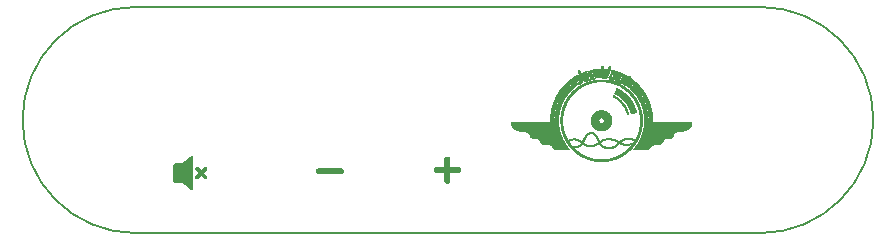
<source format=gto>
G04*
G04 #@! TF.GenerationSoftware,Altium Limited,Altium Designer,19.0.15 (446)*
G04*
G04 Layer_Color=65535*
%FSLAX44Y44*%
%MOMM*%
G71*
G01*
G75*
%ADD10C,0.0052*%
%ADD11C,0.0053*%
%ADD12C,0.0085*%
%ADD13C,0.0146*%
%ADD14C,0.2000*%
D10*
X-1294Y-31006D02*
X-468D01*
X-1501Y-31058D02*
X-261D01*
X-1656Y-31109D02*
X-106D01*
X-1760Y-31161D02*
X-3D01*
X-1863Y-31212D02*
X101D01*
X-1966Y-31264D02*
X204D01*
X-2070Y-31316D02*
X308D01*
X-2121Y-31368D02*
X359D01*
X-2173Y-31419D02*
X411D01*
X-2276Y-31471D02*
X514D01*
X-2328Y-31523D02*
X566D01*
X-2380Y-31574D02*
X618D01*
X-2431Y-31626D02*
X669D01*
X-2483Y-31678D02*
X721D01*
X-2535Y-31729D02*
X773D01*
X-2535Y-31781D02*
X773D01*
X-2587Y-31833D02*
X824D01*
X-2638Y-31884D02*
X876D01*
X-2690Y-31936D02*
X928D01*
X-2690Y-31988D02*
X928D01*
X-2742Y-32039D02*
X979D01*
X-2742Y-32091D02*
X979D01*
X-2793Y-32143D02*
X1031D01*
X-2793Y-32194D02*
X1031D01*
X-2845Y-32246D02*
X1083D01*
X-2845Y-32298D02*
X1083D01*
X-2897Y-32350D02*
X1134D01*
X-2897Y-32401D02*
X1134D01*
X-2897Y-32453D02*
X1134D01*
X-2948Y-32504D02*
X1186D01*
X-2948Y-32556D02*
X1186D01*
X-2948Y-32608D02*
X1186D01*
X-3000Y-32659D02*
X1238D01*
X-3000Y-32711D02*
X1238D01*
X-3000Y-32763D02*
X1238D01*
X-3000Y-32815D02*
X1238D01*
X-3000Y-32866D02*
X1238D01*
X-3000Y-32918D02*
X1238D01*
X-3000Y-32970D02*
X1238D01*
X-3000Y-33021D02*
X1238D01*
X-3000Y-33073D02*
X1238D01*
X-3000Y-33125D02*
X1238D01*
X-3000Y-33176D02*
X1238D01*
X-3000Y-33228D02*
X1238D01*
X-3000Y-33280D02*
X1238D01*
X-3000Y-33331D02*
X1238D01*
X-3000Y-33383D02*
X1238D01*
X-3000Y-33435D02*
X1238D01*
X-3000Y-33486D02*
X1238D01*
X-3000Y-33538D02*
X1238D01*
X-3000Y-33590D02*
X1238D01*
X-3000Y-33642D02*
X1238D01*
X-3000Y-33693D02*
X1238D01*
X-3000Y-33745D02*
X1238D01*
X-3000Y-33797D02*
X1238D01*
X-3000Y-33848D02*
X1238D01*
X-3000Y-33900D02*
X1238D01*
X-3000Y-33952D02*
X1238D01*
X-3000Y-34003D02*
X1238D01*
X-3000Y-34055D02*
X1238D01*
X-3000Y-34107D02*
X1238D01*
X-3000Y-34158D02*
X1238D01*
X-3000Y-34210D02*
X1238D01*
X-3000Y-34262D02*
X1238D01*
X-3000Y-34313D02*
X1238D01*
X-3000Y-34365D02*
X1238D01*
X-3000Y-34417D02*
X1238D01*
X-3000Y-34468D02*
X1238D01*
X-3000Y-34520D02*
X1238D01*
X-3000Y-34572D02*
X1238D01*
X-3000Y-34623D02*
X1238D01*
X-3000Y-34675D02*
X1238D01*
X-3000Y-34727D02*
X1238D01*
X-3000Y-34778D02*
X1238D01*
X-3000Y-34830D02*
X1238D01*
X-3000Y-34882D02*
X1238D01*
X-3000Y-34934D02*
X1238D01*
X-3000Y-34985D02*
X1238D01*
X-3000Y-35037D02*
X1238D01*
X-3000Y-35089D02*
X1238D01*
X-3000Y-35140D02*
X1238D01*
X-3000Y-35192D02*
X1238D01*
X-3000Y-35244D02*
X1238D01*
X-3000Y-35295D02*
X1238D01*
X-3000Y-35347D02*
X1238D01*
X-3000Y-35399D02*
X1238D01*
X-3000Y-35450D02*
X1238D01*
X-3000Y-35502D02*
X1238D01*
X-3000Y-35554D02*
X1238D01*
X-3000Y-35605D02*
X1238D01*
X-3000Y-35657D02*
X1238D01*
X-3000Y-35709D02*
X1238D01*
X-3000Y-35760D02*
X1238D01*
X-3000Y-35812D02*
X1238D01*
X-3000Y-35864D02*
X1238D01*
X-3000Y-35915D02*
X1238D01*
X-3000Y-35967D02*
X1238D01*
X-3000Y-36019D02*
X1238D01*
X-3000Y-36070D02*
X1238D01*
X-3000Y-36122D02*
X1238D01*
X-3000Y-36174D02*
X1238D01*
X-3000Y-36226D02*
X1238D01*
X-3000Y-36277D02*
X1238D01*
X-3000Y-36329D02*
X1238D01*
X-3000Y-36381D02*
X1238D01*
X-3000Y-36432D02*
X1238D01*
X-3000Y-36484D02*
X1238D01*
X-3000Y-36536D02*
X1238D01*
X-3000Y-36587D02*
X1238D01*
X-3000Y-36639D02*
X1238D01*
X-3000Y-36691D02*
X1238D01*
X-3000Y-36742D02*
X1238D01*
X-3000Y-36794D02*
X1238D01*
X-3000Y-36846D02*
X1238D01*
X-3000Y-36897D02*
X1238D01*
X-3000Y-36949D02*
X1238D01*
X-3000Y-37001D02*
X1238D01*
X-3000Y-37052D02*
X1238D01*
X-3000Y-37104D02*
X1238D01*
X-3000Y-37156D02*
X1238D01*
X-3000Y-37207D02*
X1238D01*
X-3000Y-37259D02*
X1238D01*
X-3000Y-37311D02*
X1238D01*
X-3000Y-37362D02*
X1238D01*
X-3000Y-37414D02*
X1238D01*
X-3000Y-37466D02*
X1238D01*
X-3000Y-37517D02*
X1238D01*
X-3000Y-37569D02*
X1238D01*
X-3000Y-37621D02*
X1238D01*
X-3000Y-37673D02*
X1238D01*
X-3000Y-37724D02*
X1238D01*
X-3000Y-37776D02*
X1238D01*
X-3000Y-37828D02*
X1238D01*
X-3000Y-37879D02*
X1238D01*
X-3000Y-37931D02*
X1238D01*
X-3000Y-37983D02*
X1238D01*
X-3000Y-38034D02*
X1238D01*
X-3000Y-38086D02*
X1238D01*
X-3000Y-38138D02*
X1238D01*
X-3000Y-38189D02*
X1238D01*
X-3000Y-38241D02*
X1238D01*
X-3000Y-38293D02*
X1238D01*
X-3000Y-38344D02*
X1238D01*
X-3000Y-38396D02*
X1238D01*
X-3000Y-38448D02*
X1238D01*
X-3000Y-38499D02*
X1238D01*
X-3000Y-38551D02*
X1238D01*
X-3000Y-38603D02*
X1238D01*
X-3000Y-38654D02*
X1238D01*
X-3000Y-38706D02*
X1238D01*
X-3000Y-38758D02*
X1238D01*
X-3000Y-38809D02*
X1238D01*
X-3000Y-38861D02*
X1238D01*
X-3000Y-38913D02*
X1238D01*
X-3000Y-38965D02*
X1238D01*
X-3000Y-39016D02*
X1238D01*
X-3000Y-39068D02*
X1238D01*
X-3000Y-39120D02*
X1238D01*
X-3000Y-39171D02*
X1238D01*
X-3000Y-39223D02*
X1238D01*
X-3000Y-39275D02*
X1238D01*
X-3000Y-39326D02*
X1238D01*
X-3000Y-39378D02*
X1238D01*
X-3000Y-39430D02*
X1238D01*
X-3000Y-39481D02*
X1238D01*
X-3000Y-39533D02*
X1238D01*
X-3000Y-39585D02*
X1238D01*
X-3000Y-39636D02*
X1238D01*
X-3000Y-39688D02*
X1238D01*
X-3000Y-39740D02*
X1238D01*
X-3000Y-39791D02*
X1238D01*
X-3000Y-39843D02*
X1238D01*
X-3000Y-39895D02*
X1238D01*
X-10287Y-39946D02*
X8525D01*
X-10442Y-39998D02*
X8680D01*
X-10597Y-40050D02*
X8835D01*
X-10700Y-40101D02*
X8938D01*
X-10804Y-40153D02*
X9042D01*
X-10907Y-40205D02*
X9145D01*
X-11010Y-40257D02*
X9248D01*
X-11062Y-40308D02*
X9300D01*
X-11114Y-40360D02*
X9352D01*
X-11217Y-40412D02*
X9455D01*
X-11269Y-40463D02*
X9507D01*
X-11321Y-40515D02*
X9558D01*
X-11372Y-40567D02*
X9610D01*
X-11424Y-40618D02*
X9662D01*
X-11476Y-40670D02*
X9713D01*
X-11476Y-40722D02*
X9713D01*
X-11527Y-40773D02*
X9765D01*
X-11579Y-40825D02*
X9817D01*
X-11631Y-40877D02*
X9868D01*
X-11631Y-40928D02*
X9868D01*
X-11682Y-40980D02*
X9920D01*
X-11682Y-41032D02*
X9920D01*
X-11734Y-41083D02*
X9972D01*
X-11734Y-41135D02*
X9972D01*
X-11786Y-41187D02*
X10023D01*
X-11786Y-41238D02*
X10023D01*
X-11837Y-41290D02*
X10075D01*
X-11837Y-41342D02*
X10075D01*
X-11837Y-41393D02*
X10075D01*
X-11889Y-41445D02*
X10127D01*
X-11889Y-41497D02*
X10127D01*
X-11889Y-41549D02*
X10127D01*
X-11889Y-41600D02*
X10127D01*
X-11941Y-41652D02*
X10179D01*
X-11941Y-41704D02*
X10179D01*
X-11941Y-41755D02*
X10179D01*
X-11941Y-41807D02*
X10179D01*
X-11941Y-41859D02*
X10179D01*
X-11941Y-41910D02*
X10179D01*
X-11941Y-41962D02*
X10179D01*
X-11941Y-42014D02*
X10179D01*
X-11941Y-42065D02*
X10179D01*
X-11941Y-42117D02*
X10179D01*
X-11941Y-42169D02*
X10179D01*
X-11941Y-42220D02*
X10179D01*
X-11941Y-42272D02*
X10179D01*
X-11941Y-42324D02*
X10179D01*
X-11941Y-42375D02*
X10179D01*
X-11941Y-42427D02*
X10179D01*
X-11889Y-42479D02*
X10127D01*
X-11889Y-42530D02*
X10127D01*
X-11889Y-42582D02*
X10127D01*
X-11889Y-42634D02*
X10127D01*
X-11837Y-42685D02*
X10075D01*
X-11837Y-42737D02*
X10075D01*
X-11837Y-42789D02*
X10075D01*
X-11786Y-42841D02*
X10023D01*
X-11786Y-42892D02*
X10023D01*
X-11734Y-42944D02*
X9972D01*
X-11734Y-42996D02*
X9972D01*
X-11682Y-43047D02*
X9920D01*
X-11682Y-43099D02*
X9920D01*
X-11631Y-43151D02*
X9868D01*
X-11631Y-43202D02*
X9868D01*
X-11579Y-43254D02*
X9817D01*
X-11527Y-43306D02*
X9765D01*
X-11476Y-43357D02*
X9713D01*
X-11476Y-43409D02*
X9713D01*
X-11424Y-43461D02*
X9662D01*
X-11372Y-43512D02*
X9610D01*
X-11321Y-43564D02*
X9558D01*
X-11269Y-43616D02*
X9507D01*
X-11217Y-43667D02*
X9455D01*
X-11114Y-43719D02*
X9352D01*
X-11062Y-43771D02*
X9300D01*
X-11010Y-43822D02*
X9248D01*
X-10907Y-43874D02*
X9145D01*
X-10804Y-43926D02*
X9042D01*
X-10700Y-43978D02*
X8938D01*
X-10597Y-44029D02*
X8835D01*
X-10442Y-44081D02*
X8680D01*
X-10287Y-44133D02*
X8525D01*
X-3000Y-44184D02*
X1238D01*
X-3000Y-44236D02*
X1238D01*
X-3000Y-44288D02*
X1238D01*
X-3000Y-44339D02*
X1238D01*
X-3000Y-44391D02*
X1238D01*
X-3000Y-44443D02*
X1238D01*
X-3000Y-44494D02*
X1238D01*
X-3000Y-44546D02*
X1238D01*
X-3000Y-44598D02*
X1238D01*
X-3000Y-44649D02*
X1238D01*
X-3000Y-44701D02*
X1238D01*
X-3000Y-44753D02*
X1238D01*
X-3000Y-44804D02*
X1238D01*
X-3000Y-44856D02*
X1238D01*
X-3000Y-44908D02*
X1238D01*
X-3000Y-44960D02*
X1238D01*
X-3000Y-45011D02*
X1238D01*
X-3000Y-45063D02*
X1238D01*
X-3000Y-45114D02*
X1238D01*
X-3000Y-45166D02*
X1238D01*
X-3000Y-45218D02*
X1238D01*
X-3000Y-45270D02*
X1238D01*
X-3000Y-45321D02*
X1238D01*
X-3000Y-45373D02*
X1238D01*
X-3000Y-45425D02*
X1238D01*
X-3000Y-45476D02*
X1238D01*
X-3000Y-45528D02*
X1238D01*
X-3000Y-45580D02*
X1238D01*
X-3000Y-45631D02*
X1238D01*
X-3000Y-45683D02*
X1238D01*
X-3000Y-45735D02*
X1238D01*
X-3000Y-45786D02*
X1238D01*
X-3000Y-45838D02*
X1238D01*
X-3000Y-45890D02*
X1238D01*
X-3000Y-45941D02*
X1238D01*
X-3000Y-45993D02*
X1238D01*
X-3000Y-46045D02*
X1238D01*
X-3000Y-46097D02*
X1238D01*
X-3000Y-46148D02*
X1238D01*
X-3000Y-46200D02*
X1238D01*
X-3000Y-46252D02*
X1238D01*
X-3000Y-46303D02*
X1238D01*
X-3000Y-46355D02*
X1238D01*
X-3000Y-46406D02*
X1238D01*
X-3000Y-46458D02*
X1238D01*
X-3000Y-46510D02*
X1238D01*
X-3000Y-46562D02*
X1238D01*
X-3000Y-46613D02*
X1238D01*
X-3000Y-46665D02*
X1238D01*
X-3000Y-46717D02*
X1238D01*
X-3000Y-46768D02*
X1238D01*
X-3000Y-46820D02*
X1238D01*
X-3000Y-46872D02*
X1238D01*
X-3000Y-46923D02*
X1238D01*
X-3000Y-46975D02*
X1238D01*
X-3000Y-47027D02*
X1238D01*
X-3000Y-47078D02*
X1238D01*
X-3000Y-47130D02*
X1238D01*
X-3000Y-47182D02*
X1238D01*
X-3000Y-47233D02*
X1238D01*
X-3000Y-47285D02*
X1238D01*
X-3000Y-47337D02*
X1238D01*
X-3000Y-47388D02*
X1238D01*
X-3000Y-47440D02*
X1238D01*
X-3000Y-47492D02*
X1238D01*
X-3000Y-47544D02*
X1238D01*
X-3000Y-47595D02*
X1238D01*
X-3000Y-47647D02*
X1238D01*
X-3000Y-47698D02*
X1238D01*
X-3000Y-47750D02*
X1238D01*
X-3000Y-47802D02*
X1238D01*
X-3000Y-47854D02*
X1238D01*
X-3000Y-47905D02*
X1238D01*
X-3000Y-47957D02*
X1238D01*
X-3000Y-48009D02*
X1238D01*
X-3000Y-48060D02*
X1238D01*
X-3000Y-48112D02*
X1238D01*
X-3000Y-48164D02*
X1238D01*
X-3000Y-48215D02*
X1238D01*
X-3000Y-48267D02*
X1238D01*
X-3000Y-48319D02*
X1238D01*
X-3000Y-48370D02*
X1238D01*
X-3000Y-48422D02*
X1238D01*
X-3000Y-48474D02*
X1238D01*
X-3000Y-48525D02*
X1238D01*
X-3000Y-48577D02*
X1238D01*
X-3000Y-48629D02*
X1238D01*
X-3000Y-48681D02*
X1238D01*
X-3000Y-48732D02*
X1238D01*
X-3000Y-48784D02*
X1238D01*
X-3000Y-48836D02*
X1238D01*
X-3000Y-48887D02*
X1238D01*
X-3000Y-48939D02*
X1238D01*
X-3000Y-48991D02*
X1238D01*
X-3000Y-49042D02*
X1238D01*
X-3000Y-49094D02*
X1238D01*
X-3000Y-49146D02*
X1238D01*
X-3000Y-49197D02*
X1238D01*
X-3000Y-49249D02*
X1238D01*
X-3000Y-49301D02*
X1238D01*
X-3000Y-49352D02*
X1238D01*
X-3000Y-49404D02*
X1238D01*
X-3000Y-49456D02*
X1238D01*
X-3000Y-49507D02*
X1238D01*
X-3000Y-49559D02*
X1238D01*
X-3000Y-49611D02*
X1238D01*
X-3000Y-49662D02*
X1238D01*
X-3000Y-49714D02*
X1238D01*
X-3000Y-49766D02*
X1238D01*
X-3000Y-49817D02*
X1238D01*
X-3000Y-49869D02*
X1238D01*
X-3000Y-49921D02*
X1238D01*
X-3000Y-49973D02*
X1238D01*
X-3000Y-50024D02*
X1238D01*
X-3000Y-50076D02*
X1238D01*
X-3000Y-50128D02*
X1238D01*
X-3000Y-50179D02*
X1238D01*
X-3000Y-50231D02*
X1238D01*
X-3000Y-50283D02*
X1238D01*
X-3000Y-50334D02*
X1238D01*
X-3000Y-50386D02*
X1238D01*
X-3000Y-50438D02*
X1238D01*
X-3000Y-50489D02*
X1238D01*
X-3000Y-50541D02*
X1238D01*
X-3000Y-50593D02*
X1238D01*
X-3000Y-50644D02*
X1238D01*
X-3000Y-50696D02*
X1238D01*
X-3000Y-50748D02*
X1238D01*
X-3000Y-50799D02*
X1238D01*
X-3000Y-50851D02*
X1238D01*
X-3000Y-50903D02*
X1238D01*
X-3000Y-50954D02*
X1238D01*
X-3000Y-51006D02*
X1238D01*
X-3000Y-51058D02*
X1238D01*
X-3000Y-51109D02*
X1238D01*
X-3000Y-51161D02*
X1238D01*
X-3000Y-51213D02*
X1238D01*
X-3000Y-51265D02*
X1238D01*
X-3000Y-51316D02*
X1238D01*
X-3000Y-51368D02*
X1238D01*
X-3000Y-51420D02*
X1238D01*
X-2948Y-51471D02*
X1186D01*
X-2948Y-51523D02*
X1186D01*
X-2948Y-51575D02*
X1186D01*
X-2897Y-51626D02*
X1134D01*
X-2897Y-51678D02*
X1134D01*
X-2897Y-51730D02*
X1134D01*
X-2845Y-51781D02*
X1083D01*
X-2845Y-51833D02*
X1083D01*
X-2793Y-51885D02*
X1031D01*
X-2793Y-51936D02*
X1031D01*
X-2742Y-51988D02*
X979D01*
X-2742Y-52040D02*
X979D01*
X-2690Y-52091D02*
X928D01*
X-2690Y-52143D02*
X928D01*
X-2638Y-52195D02*
X876D01*
X-2587Y-52246D02*
X824D01*
X-2535Y-52298D02*
X773D01*
X-2535Y-52350D02*
X773D01*
X-2483Y-52401D02*
X721D01*
X-2431Y-52453D02*
X669D01*
X-2380Y-52505D02*
X618D01*
X-2328Y-52557D02*
X566D01*
X-2276Y-52608D02*
X514D01*
X-2173Y-52660D02*
X411D01*
X-2121Y-52712D02*
X359D01*
X-2070Y-52763D02*
X308D01*
X-1966Y-52815D02*
X204D01*
X-1863Y-52867D02*
X101D01*
X-1760Y-52918D02*
X-3D01*
X-1656Y-52970D02*
X-106D01*
X-1501Y-53022D02*
X-261D01*
X-1294Y-53073D02*
X-468D01*
D11*
X-110000Y-40882D02*
X-90811D01*
X-110158Y-40934D02*
X-90653D01*
X-110316Y-40987D02*
X-90495D01*
X-110422Y-41040D02*
X-90390D01*
X-110527Y-41092D02*
X-90284D01*
X-110633Y-41145D02*
X-90179D01*
X-110738Y-41198D02*
X-90073D01*
X-110791Y-41251D02*
X-90021D01*
X-110843Y-41303D02*
X-89968D01*
X-110949Y-41356D02*
X-89862D01*
X-111002Y-41409D02*
X-89810D01*
X-111054Y-41461D02*
X-89757D01*
X-111107Y-41514D02*
X-89704D01*
X-111160Y-41567D02*
X-89652D01*
X-111213Y-41620D02*
X-89599D01*
X-111213Y-41672D02*
X-89599D01*
X-111265Y-41725D02*
X-89546D01*
X-111318Y-41778D02*
X-89494D01*
X-111371Y-41830D02*
X-89441D01*
X-111371Y-41883D02*
X-89441D01*
X-111423Y-41936D02*
X-89388D01*
X-111423Y-41989D02*
X-89388D01*
X-111476Y-42041D02*
X-89335D01*
X-111476Y-42094D02*
X-89335D01*
X-111529Y-42147D02*
X-89283D01*
X-111529Y-42199D02*
X-89283D01*
X-111581Y-42252D02*
X-89230D01*
X-111581Y-42305D02*
X-89230D01*
X-111581Y-42358D02*
X-89230D01*
X-111634Y-42410D02*
X-89177D01*
X-111634Y-42463D02*
X-89177D01*
X-111634Y-42516D02*
X-89177D01*
X-111634Y-42568D02*
X-89177D01*
X-111687Y-42621D02*
X-89124D01*
X-111687Y-42674D02*
X-89124D01*
X-111687Y-42726D02*
X-89124D01*
X-111687Y-42779D02*
X-89124D01*
X-111687Y-42832D02*
X-89124D01*
X-111687Y-42885D02*
X-89124D01*
X-111687Y-42937D02*
X-89124D01*
X-111687Y-42990D02*
X-89124D01*
X-111687Y-43043D02*
X-89124D01*
X-111687Y-43096D02*
X-89124D01*
X-111687Y-43148D02*
X-89124D01*
X-111687Y-43201D02*
X-89124D01*
X-111687Y-43254D02*
X-89124D01*
X-111687Y-43306D02*
X-89124D01*
X-111687Y-43359D02*
X-89124D01*
X-111687Y-43412D02*
X-89124D01*
X-111634Y-43465D02*
X-89177D01*
X-111634Y-43517D02*
X-89177D01*
X-111634Y-43570D02*
X-89177D01*
X-111634Y-43623D02*
X-89177D01*
X-111581Y-43675D02*
X-89230D01*
X-111581Y-43728D02*
X-89230D01*
X-111581Y-43781D02*
X-89230D01*
X-111529Y-43834D02*
X-89283D01*
X-111529Y-43886D02*
X-89283D01*
X-111476Y-43939D02*
X-89335D01*
X-111476Y-43992D02*
X-89335D01*
X-111423Y-44044D02*
X-89388D01*
X-111423Y-44097D02*
X-89388D01*
X-111371Y-44150D02*
X-89441D01*
X-111371Y-44203D02*
X-89441D01*
X-111318Y-44255D02*
X-89494D01*
X-111265Y-44308D02*
X-89546D01*
X-111213Y-44361D02*
X-89599D01*
X-111213Y-44413D02*
X-89599D01*
X-111160Y-44466D02*
X-89652D01*
X-111107Y-44519D02*
X-89704D01*
X-111054Y-44572D02*
X-89757D01*
X-111002Y-44624D02*
X-89810D01*
X-110949Y-44677D02*
X-89862D01*
X-110843Y-44730D02*
X-89968D01*
X-110791Y-44783D02*
X-90021D01*
X-110738Y-44835D02*
X-90073D01*
X-110633Y-44888D02*
X-90179D01*
X-110527Y-44941D02*
X-90284D01*
X-110422Y-44993D02*
X-90390D01*
X-110316Y-45046D02*
X-90495D01*
X-110158Y-45099D02*
X-90653D01*
X-110000Y-45152D02*
X-90811D01*
D12*
X-217171Y-30436D02*
X-217000D01*
X-217342Y-30521D02*
X-217000D01*
X-217427Y-30606D02*
X-217000D01*
X-217512Y-30692D02*
X-217000D01*
X-217683Y-30777D02*
X-217000D01*
X-217769Y-30863D02*
X-217000D01*
X-217854Y-30948D02*
X-217000D01*
X-217939Y-31033D02*
X-217000D01*
X-218110Y-31119D02*
X-217000D01*
X-218196Y-31204D02*
X-217000D01*
X-218281Y-31290D02*
X-217000D01*
X-218366Y-31375D02*
X-217000D01*
X-218537Y-31460D02*
X-217000D01*
X-218622Y-31546D02*
X-217000D01*
X-218708Y-31631D02*
X-217000D01*
X-218879Y-31716D02*
X-217000D01*
X-218964Y-31802D02*
X-217000D01*
X-219049Y-31887D02*
X-217000D01*
X-219135Y-31973D02*
X-217000D01*
X-219306Y-32058D02*
X-217000D01*
X-219391Y-32143D02*
X-217000D01*
X-219477Y-32229D02*
X-217000D01*
X-219562Y-32314D02*
X-217000D01*
X-219733Y-32400D02*
X-217000D01*
X-219818Y-32485D02*
X-217000D01*
X-219904Y-32571D02*
X-217000D01*
X-220074Y-32656D02*
X-217000D01*
X-220160Y-32741D02*
X-217000D01*
X-220245Y-32827D02*
X-217000D01*
X-220331Y-32912D02*
X-217000D01*
X-220501Y-32998D02*
X-217000D01*
X-220587Y-33083D02*
X-217000D01*
X-220672Y-33168D02*
X-217000D01*
X-220843Y-33254D02*
X-217000D01*
X-220928Y-33339D02*
X-217000D01*
X-221014Y-33424D02*
X-217000D01*
X-221099Y-33510D02*
X-217000D01*
X-221270Y-33595D02*
X-217000D01*
X-221355Y-33681D02*
X-217000D01*
X-221441Y-33766D02*
X-217000D01*
X-221526Y-33851D02*
X-217000D01*
X-221697Y-33937D02*
X-217000D01*
X-221782Y-34022D02*
X-217000D01*
X-221868Y-34108D02*
X-217000D01*
X-222038Y-34193D02*
X-217000D01*
X-222124Y-34278D02*
X-217000D01*
X-222209Y-34364D02*
X-217000D01*
X-222295Y-34449D02*
X-217000D01*
X-222465Y-34535D02*
X-217000D01*
X-222551Y-34620D02*
X-217000D01*
X-222636Y-34705D02*
X-217000D01*
X-222722Y-34791D02*
X-217000D01*
X-222892Y-34876D02*
X-217000D01*
X-222978Y-34962D02*
X-217000D01*
X-223063Y-35047D02*
X-217000D01*
X-223234Y-35132D02*
X-217000D01*
X-223319Y-35218D02*
X-217000D01*
X-223405Y-35303D02*
X-217000D01*
X-223490Y-35389D02*
X-217000D01*
X-223661Y-35474D02*
X-217000D01*
X-223746Y-35559D02*
X-217000D01*
X-223917Y-35645D02*
X-217000D01*
X-224003Y-35730D02*
X-217000D01*
X-224173Y-35816D02*
X-217000D01*
X-224344Y-35901D02*
X-217000D01*
X-224515Y-35986D02*
X-217000D01*
X-224686Y-36072D02*
X-217000D01*
X-224856Y-36157D02*
X-217000D01*
X-225113Y-36243D02*
X-217000D01*
X-225284Y-36328D02*
X-217000D01*
X-225625Y-36413D02*
X-217000D01*
X-225967Y-36499D02*
X-217000D01*
X-226394Y-36584D02*
X-217000D01*
X-230749Y-36670D02*
X-217000D01*
X-231176Y-36755D02*
X-217000D01*
X-231432Y-36840D02*
X-217000D01*
X-231603Y-36926D02*
X-217000D01*
X-231774Y-37011D02*
X-217000D01*
X-231859Y-37097D02*
X-217000D01*
X-231945Y-37182D02*
X-217000D01*
X-232030Y-37267D02*
X-217000D01*
X-232115Y-37353D02*
X-217000D01*
X-232201Y-37438D02*
X-217000D01*
X-232286Y-37524D02*
X-217000D01*
X-232286Y-37609D02*
X-217000D01*
X-232372Y-37694D02*
X-217000D01*
X-232457Y-37780D02*
X-217000D01*
X-232457Y-37865D02*
X-217000D01*
X-232542Y-37950D02*
X-217000D01*
X-232542Y-38036D02*
X-217000D01*
X-232542Y-38121D02*
X-217000D01*
X-232542Y-38207D02*
X-217000D01*
X-232628Y-38292D02*
X-217000D01*
X-232628Y-38377D02*
X-217000D01*
X-232628Y-38463D02*
X-217000D01*
X-232628Y-38548D02*
X-217000D01*
X-232628Y-38634D02*
X-217000D01*
X-232628Y-38719D02*
X-217000D01*
X-232628Y-38805D02*
X-217000D01*
X-232628Y-38890D02*
X-217000D01*
X-232628Y-38975D02*
X-217000D01*
X-232628Y-39061D02*
X-217000D01*
X-232628Y-39146D02*
X-217000D01*
X-232628Y-39232D02*
X-217000D01*
X-232628Y-39317D02*
X-217000D01*
X-232628Y-39402D02*
X-217000D01*
X-232628Y-39488D02*
X-217000D01*
X-232628Y-39573D02*
X-217000D01*
X-232628Y-39659D02*
X-217000D01*
X-232628Y-39744D02*
X-217000D01*
X-232628Y-39829D02*
X-217000D01*
X-232628Y-39915D02*
X-217000D01*
X-213242D02*
X-212474D01*
X-206240D02*
X-205471D01*
X-232628Y-40000D02*
X-217000D01*
X-213499D02*
X-212218D01*
X-206496D02*
X-205215D01*
X-232628Y-40086D02*
X-217000D01*
X-213584D02*
X-212132D01*
X-206581D02*
X-205130D01*
X-232628Y-40171D02*
X-217000D01*
X-213669D02*
X-212047D01*
X-206667D02*
X-205044D01*
X-232628Y-40256D02*
X-217000D01*
X-213755D02*
X-211962D01*
X-206752D02*
X-204959D01*
X-232628Y-40342D02*
X-217000D01*
X-213840D02*
X-211876D01*
X-206838D02*
X-204874D01*
X-232628Y-40427D02*
X-217000D01*
X-213926D02*
X-211791D01*
X-206923D02*
X-204788D01*
X-232628Y-40512D02*
X-217000D01*
X-213926D02*
X-211705D01*
X-207008D02*
X-204788D01*
X-232628Y-40598D02*
X-217000D01*
X-214011D02*
X-211620D01*
X-207094D02*
X-204703D01*
X-232628Y-40683D02*
X-217000D01*
X-214011D02*
X-211535D01*
X-207179D02*
X-204703D01*
X-232628Y-40769D02*
X-217000D01*
X-214011D02*
X-211449D01*
X-207265D02*
X-204703D01*
X-232628Y-40854D02*
X-217000D01*
X-214097D02*
X-211364D01*
X-207350D02*
X-204617D01*
X-232628Y-40939D02*
X-217000D01*
X-214097D02*
X-211278D01*
X-207435D02*
X-204617D01*
X-232628Y-41025D02*
X-217000D01*
X-214097D02*
X-211193D01*
X-207521D02*
X-204617D01*
X-232628Y-41110D02*
X-217000D01*
X-214097D02*
X-211108D01*
X-207606D02*
X-204617D01*
X-232628Y-41196D02*
X-217000D01*
X-214097D02*
X-211022D01*
X-207692D02*
X-204617D01*
X-232628Y-41281D02*
X-217000D01*
X-214097D02*
X-210937D01*
X-207777D02*
X-204617D01*
X-232628Y-41366D02*
X-217000D01*
X-214011D02*
X-210851D01*
X-207862D02*
X-204703D01*
X-232628Y-41452D02*
X-217000D01*
X-214011D02*
X-210766D01*
X-207948D02*
X-204703D01*
X-232628Y-41537D02*
X-217000D01*
X-214011D02*
X-210681D01*
X-208033D02*
X-204703D01*
X-232628Y-41623D02*
X-217000D01*
X-213926D02*
X-210595D01*
X-208119D02*
X-204788D01*
X-232628Y-41708D02*
X-217000D01*
X-213926D02*
X-210510D01*
X-208204D02*
X-204788D01*
X-232628Y-41793D02*
X-217000D01*
X-213840D02*
X-210424D01*
X-208289D02*
X-204874D01*
X-232628Y-41879D02*
X-217000D01*
X-213755D02*
X-210339D01*
X-208375D02*
X-204959D01*
X-232628Y-41964D02*
X-217000D01*
X-213669D02*
X-210254D01*
X-208460D02*
X-205044D01*
X-232628Y-42050D02*
X-217000D01*
X-213584D02*
X-210168D01*
X-208546D02*
X-205130D01*
X-232628Y-42135D02*
X-217000D01*
X-213499D02*
X-210083D01*
X-208631D02*
X-205215D01*
X-232628Y-42220D02*
X-217000D01*
X-213413D02*
X-209997D01*
X-208716D02*
X-205301D01*
X-232628Y-42306D02*
X-217000D01*
X-213328D02*
X-209912D01*
X-208802D02*
X-205386D01*
X-232628Y-42391D02*
X-217000D01*
X-213242D02*
X-209827D01*
X-208887D02*
X-205471D01*
X-232628Y-42477D02*
X-217000D01*
X-213157D02*
X-209741D01*
X-208973D02*
X-205557D01*
X-232628Y-42562D02*
X-217000D01*
X-213072D02*
X-209656D01*
X-209058D02*
X-205642D01*
X-232628Y-42647D02*
X-217000D01*
X-212986D02*
X-209570D01*
X-209143D02*
X-205728D01*
X-232628Y-42733D02*
X-217000D01*
X-212901D02*
X-209485D01*
X-209229D02*
X-205813D01*
X-232628Y-42818D02*
X-217000D01*
X-212815D02*
X-209400D01*
X-209314D02*
X-205898D01*
X-232628Y-42904D02*
X-217000D01*
X-212730D02*
X-205984D01*
X-232628Y-42989D02*
X-217000D01*
X-212645D02*
X-206069D01*
X-232628Y-43074D02*
X-217000D01*
X-212559D02*
X-206154D01*
X-232628Y-43160D02*
X-217000D01*
X-212474D02*
X-206240D01*
X-232628Y-43245D02*
X-217000D01*
X-212388D02*
X-206325D01*
X-232628Y-43331D02*
X-217000D01*
X-212303D02*
X-206411D01*
X-232628Y-43416D02*
X-217000D01*
X-212218D02*
X-206496D01*
X-232628Y-43501D02*
X-217000D01*
X-212132D02*
X-206581D01*
X-232628Y-43587D02*
X-217000D01*
X-212047D02*
X-206667D01*
X-232628Y-43672D02*
X-217000D01*
X-211962D02*
X-206752D01*
X-232628Y-43758D02*
X-217000D01*
X-211876D02*
X-206838D01*
X-232628Y-43843D02*
X-217000D01*
X-211791D02*
X-206923D01*
X-232628Y-43928D02*
X-217000D01*
X-211705D02*
X-207008D01*
X-232628Y-44014D02*
X-217000D01*
X-211620D02*
X-207094D01*
X-232628Y-44099D02*
X-217000D01*
X-211535D02*
X-207179D01*
X-232628Y-44184D02*
X-217000D01*
X-211449D02*
X-207265D01*
X-232628Y-44270D02*
X-217000D01*
X-211364D02*
X-207350D01*
X-232628Y-44355D02*
X-217000D01*
X-211278D02*
X-207435D01*
X-232628Y-44441D02*
X-217000D01*
X-211193D02*
X-207521D01*
X-232628Y-44526D02*
X-217000D01*
X-211108D02*
X-207606D01*
X-232628Y-44612D02*
X-217000D01*
X-211108D02*
X-207606D01*
X-232628Y-44697D02*
X-217000D01*
X-211193D02*
X-207521D01*
X-232628Y-44782D02*
X-217000D01*
X-211278D02*
X-207435D01*
X-232628Y-44868D02*
X-217000D01*
X-211364D02*
X-207350D01*
X-232628Y-44953D02*
X-217000D01*
X-211449D02*
X-207265D01*
X-232628Y-45038D02*
X-217000D01*
X-211535D02*
X-207179D01*
X-232628Y-45124D02*
X-217000D01*
X-211620D02*
X-207094D01*
X-232628Y-45209D02*
X-217000D01*
X-211705D02*
X-207008D01*
X-232628Y-45295D02*
X-217000D01*
X-211791D02*
X-206923D01*
X-232628Y-45380D02*
X-217000D01*
X-211876D02*
X-206838D01*
X-232628Y-45465D02*
X-217000D01*
X-211962D02*
X-206752D01*
X-232628Y-45551D02*
X-217000D01*
X-212047D02*
X-206667D01*
X-232628Y-45636D02*
X-217000D01*
X-212132D02*
X-206581D01*
X-232628Y-45722D02*
X-217000D01*
X-212218D02*
X-206496D01*
X-232628Y-45807D02*
X-217000D01*
X-212303D02*
X-206411D01*
X-232628Y-45893D02*
X-217000D01*
X-212388D02*
X-206325D01*
X-232628Y-45978D02*
X-217000D01*
X-212474D02*
X-206240D01*
X-232628Y-46063D02*
X-217000D01*
X-212559D02*
X-206154D01*
X-232628Y-46149D02*
X-217000D01*
X-212645D02*
X-206069D01*
X-232628Y-46234D02*
X-217000D01*
X-212730D02*
X-205984D01*
X-232628Y-46319D02*
X-217000D01*
X-212815D02*
X-209400D01*
X-209314D02*
X-205898D01*
X-232628Y-46405D02*
X-217000D01*
X-212901D02*
X-209485D01*
X-209229D02*
X-205813D01*
X-232628Y-46490D02*
X-217000D01*
X-212986D02*
X-209570D01*
X-209143D02*
X-205728D01*
X-232628Y-46576D02*
X-217000D01*
X-213072D02*
X-209656D01*
X-209058D02*
X-205642D01*
X-232628Y-46661D02*
X-217000D01*
X-213157D02*
X-209741D01*
X-208973D02*
X-205557D01*
X-232628Y-46747D02*
X-217000D01*
X-213242D02*
X-209827D01*
X-208887D02*
X-205471D01*
X-232628Y-46832D02*
X-217000D01*
X-213328D02*
X-209912D01*
X-208802D02*
X-205386D01*
X-232628Y-46917D02*
X-217000D01*
X-213413D02*
X-209997D01*
X-208716D02*
X-205301D01*
X-232628Y-47003D02*
X-217000D01*
X-213499D02*
X-210083D01*
X-208631D02*
X-205215D01*
X-232628Y-47088D02*
X-217000D01*
X-213584D02*
X-210168D01*
X-208546D02*
X-205130D01*
X-232628Y-47174D02*
X-217000D01*
X-213669D02*
X-210254D01*
X-208460D02*
X-205044D01*
X-232628Y-47259D02*
X-217000D01*
X-213755D02*
X-210339D01*
X-208375D02*
X-204959D01*
X-232628Y-47344D02*
X-217000D01*
X-213840D02*
X-210424D01*
X-208289D02*
X-204874D01*
X-232628Y-47430D02*
X-217000D01*
X-213926D02*
X-210510D01*
X-208204D02*
X-204788D01*
X-232628Y-47515D02*
X-217000D01*
X-213926D02*
X-210595D01*
X-208119D02*
X-204788D01*
X-232628Y-47600D02*
X-217000D01*
X-214011D02*
X-210681D01*
X-208033D02*
X-204703D01*
X-232628Y-47686D02*
X-217000D01*
X-214011D02*
X-210766D01*
X-207948D02*
X-204703D01*
X-232628Y-47771D02*
X-217000D01*
X-214011D02*
X-210851D01*
X-207862D02*
X-204703D01*
X-232628Y-47857D02*
X-217000D01*
X-214097D02*
X-210937D01*
X-207777D02*
X-204617D01*
X-232628Y-47942D02*
X-217000D01*
X-214097D02*
X-211022D01*
X-207692D02*
X-204617D01*
X-232628Y-48027D02*
X-217000D01*
X-214097D02*
X-211108D01*
X-207606D02*
X-204617D01*
X-232628Y-48113D02*
X-217000D01*
X-214097D02*
X-211193D01*
X-207521D02*
X-204617D01*
X-232628Y-48198D02*
X-217000D01*
X-214097D02*
X-211278D01*
X-207435D02*
X-204617D01*
X-232628Y-48284D02*
X-217000D01*
X-214097D02*
X-211364D01*
X-207350D02*
X-204617D01*
X-232628Y-48369D02*
X-217000D01*
X-214011D02*
X-211449D01*
X-207265D02*
X-204703D01*
X-232628Y-48454D02*
X-217000D01*
X-214011D02*
X-211535D01*
X-207179D02*
X-204703D01*
X-232628Y-48540D02*
X-217000D01*
X-214011D02*
X-211620D01*
X-207094D02*
X-204703D01*
X-232628Y-48625D02*
X-217000D01*
X-213926D02*
X-211705D01*
X-207008D02*
X-204788D01*
X-232628Y-48711D02*
X-217000D01*
X-213926D02*
X-211791D01*
X-206923D02*
X-204788D01*
X-232628Y-48796D02*
X-217000D01*
X-213840D02*
X-211876D01*
X-206838D02*
X-204874D01*
X-232628Y-48881D02*
X-217000D01*
X-213755D02*
X-211962D01*
X-206752D02*
X-204959D01*
X-232628Y-48967D02*
X-217000D01*
X-213669D02*
X-212047D01*
X-206667D02*
X-205044D01*
X-232628Y-49052D02*
X-217000D01*
X-213584D02*
X-212132D01*
X-206581D02*
X-205130D01*
X-232628Y-49138D02*
X-217000D01*
X-213499D02*
X-212303D01*
X-206496D02*
X-205215D01*
X-232628Y-49223D02*
X-217000D01*
X-213242D02*
X-212474D01*
X-206240D02*
X-205471D01*
X-232628Y-49308D02*
X-217000D01*
X-232628Y-49394D02*
X-217000D01*
X-232628Y-49479D02*
X-217000D01*
X-232628Y-49565D02*
X-217000D01*
X-232628Y-49650D02*
X-217000D01*
X-232628Y-49735D02*
X-217000D01*
X-232628Y-49821D02*
X-217000D01*
X-232628Y-49906D02*
X-217000D01*
X-232628Y-49992D02*
X-217000D01*
X-232628Y-50077D02*
X-217000D01*
X-232628Y-50162D02*
X-217000D01*
X-232628Y-50248D02*
X-217000D01*
X-232628Y-50333D02*
X-217000D01*
X-232628Y-50419D02*
X-217000D01*
X-232628Y-50504D02*
X-217000D01*
X-232628Y-50589D02*
X-217000D01*
X-232628Y-50675D02*
X-217000D01*
X-232628Y-50760D02*
X-217000D01*
X-232628Y-50845D02*
X-217000D01*
X-232542Y-50931D02*
X-217000D01*
X-232542Y-51016D02*
X-217000D01*
X-232542Y-51102D02*
X-217000D01*
X-232542Y-51187D02*
X-217000D01*
X-232457Y-51273D02*
X-217000D01*
X-232457Y-51358D02*
X-217000D01*
X-232372Y-51443D02*
X-217000D01*
X-232286Y-51529D02*
X-217000D01*
X-232286Y-51614D02*
X-217000D01*
X-232201Y-51700D02*
X-217000D01*
X-232115Y-51785D02*
X-217000D01*
X-232030Y-51870D02*
X-217000D01*
X-231945Y-51956D02*
X-217000D01*
X-231859Y-52041D02*
X-217000D01*
X-231774Y-52126D02*
X-217000D01*
X-231603Y-52212D02*
X-217000D01*
X-231432Y-52297D02*
X-217000D01*
X-231176Y-52383D02*
X-217000D01*
X-230749Y-52468D02*
X-217000D01*
X-225625Y-52554D02*
X-217000D01*
X-225369Y-52639D02*
X-217000D01*
X-225027Y-52724D02*
X-217000D01*
X-224771Y-52810D02*
X-217000D01*
X-224600Y-52895D02*
X-217000D01*
X-224430Y-52980D02*
X-217000D01*
X-224259Y-53066D02*
X-217000D01*
X-224088Y-53151D02*
X-217000D01*
X-224003Y-53237D02*
X-217000D01*
X-223832Y-53322D02*
X-217000D01*
X-223746Y-53408D02*
X-217000D01*
X-223576Y-53493D02*
X-217000D01*
X-223490Y-53578D02*
X-217000D01*
X-223405Y-53664D02*
X-217000D01*
X-223319Y-53749D02*
X-217000D01*
X-223149Y-53835D02*
X-217000D01*
X-223063Y-53920D02*
X-217000D01*
X-222978Y-54005D02*
X-217000D01*
X-222892Y-54091D02*
X-217000D01*
X-222807Y-54176D02*
X-217000D01*
X-222636Y-54261D02*
X-217000D01*
X-222551Y-54347D02*
X-217000D01*
X-222465Y-54432D02*
X-217000D01*
X-222380Y-54518D02*
X-217000D01*
X-222209Y-54603D02*
X-217000D01*
X-222124Y-54688D02*
X-217000D01*
X-222038Y-54774D02*
X-217000D01*
X-221953Y-54859D02*
X-217000D01*
X-221782Y-54945D02*
X-217000D01*
X-221697Y-55030D02*
X-217000D01*
X-221611Y-55115D02*
X-217000D01*
X-221526Y-55201D02*
X-217000D01*
X-221441Y-55286D02*
X-217000D01*
X-221270Y-55372D02*
X-217000D01*
X-221185Y-55457D02*
X-217000D01*
X-221099Y-55542D02*
X-217000D01*
X-221014Y-55628D02*
X-217000D01*
X-220843Y-55713D02*
X-217000D01*
X-220758Y-55799D02*
X-217000D01*
X-220672Y-55884D02*
X-217000D01*
X-220587Y-55969D02*
X-217000D01*
X-220416Y-56055D02*
X-217000D01*
X-220331Y-56140D02*
X-217000D01*
X-220245Y-56226D02*
X-217000D01*
X-220160Y-56311D02*
X-217000D01*
X-220074Y-56396D02*
X-217000D01*
X-219904Y-56482D02*
X-217000D01*
X-219818Y-56567D02*
X-217000D01*
X-219733Y-56653D02*
X-217000D01*
X-219647Y-56738D02*
X-217000D01*
X-219477Y-56823D02*
X-217000D01*
X-219391Y-56909D02*
X-217000D01*
X-219306Y-56994D02*
X-217000D01*
X-219220Y-57080D02*
X-217000D01*
X-219135Y-57165D02*
X-217000D01*
X-218964Y-57250D02*
X-217000D01*
X-218879Y-57336D02*
X-217000D01*
X-218793Y-57421D02*
X-217000D01*
X-218708Y-57506D02*
X-217000D01*
X-218537Y-57592D02*
X-217000D01*
X-218452Y-57677D02*
X-217000D01*
X-218366Y-57763D02*
X-217000D01*
X-218281Y-57848D02*
X-217000D01*
X-218110Y-57934D02*
X-217000D01*
X-218025Y-58019D02*
X-217000D01*
X-217939Y-58104D02*
X-217000D01*
X-217854Y-58190D02*
X-217000D01*
X-217769Y-58275D02*
X-217000D01*
X-217598Y-58361D02*
X-217000D01*
X-217512Y-58446D02*
X-217000D01*
X-217427Y-58531D02*
X-217000D01*
X-217342Y-58617D02*
X-217000D01*
X-217171Y-58702D02*
X-217000D01*
D13*
X127788Y-34797D02*
X131575D01*
X125895Y-34652D02*
X133322D01*
X124875Y-34506D02*
X134487D01*
X123856Y-34361D02*
X135507D01*
X123128Y-34215D02*
X136235D01*
X122400Y-34069D02*
X136963D01*
X121671Y-33924D02*
X137692D01*
X121089Y-33778D02*
X138128D01*
X120506Y-33632D02*
X138711D01*
X120069Y-33487D02*
X139293D01*
X119632Y-33341D02*
X139731D01*
X132449Y-33196D02*
X140167D01*
X119050D02*
X127060D01*
X133905Y-33050D02*
X140604D01*
X118613D02*
X125604D01*
X134924Y-32904D02*
X141041D01*
X118322D02*
X124438D01*
X135798Y-32759D02*
X141478D01*
X117885D02*
X123710D01*
X136526Y-32613D02*
X141915D01*
X117448D02*
X122836D01*
X137109Y-32467D02*
X142206D01*
X117011D02*
X122108D01*
X137837Y-32322D02*
X142643D01*
X116720D02*
X121526D01*
X138420Y-32176D02*
X142935D01*
X116428D02*
X121089D01*
X138857Y-32030D02*
X143226D01*
X115991D02*
X120506D01*
X139439Y-31885D02*
X143663D01*
X115700D02*
X119924D01*
X139876Y-31739D02*
X143954D01*
X115409D02*
X119487D01*
X140313Y-31593D02*
X144245D01*
X115118D02*
X119050D01*
X140750Y-31448D02*
X144537D01*
X114826D02*
X118613D01*
X141041Y-31302D02*
X144828D01*
X114389D02*
X118322D01*
X141478Y-31156D02*
X145119D01*
X114098D02*
X117885D01*
X141915Y-31011D02*
X145410D01*
X113807D02*
X117448D01*
X142206Y-30865D02*
X145702D01*
X113661D02*
X117157D01*
X142643Y-30719D02*
X145993D01*
X113370D02*
X116720D01*
X142935Y-30574D02*
X146284D01*
X113079D02*
X116428D01*
X143226Y-30428D02*
X146430D01*
X112787D02*
X116137D01*
X143517Y-30283D02*
X146721D01*
X112496D02*
X115846D01*
X143808Y-30137D02*
X147012D01*
X112205D02*
X115555D01*
X144245Y-29991D02*
X147304D01*
X112059D02*
X115263D01*
X144537Y-29846D02*
X147595D01*
X111768D02*
X114826D01*
X144682Y-29700D02*
X147741D01*
X111622D02*
X114535D01*
X144973Y-29555D02*
X148032D01*
X111331D02*
X114244D01*
X145265Y-29409D02*
X148177D01*
X111040D02*
X114098D01*
X145556Y-29263D02*
X148469D01*
X110894D02*
X113807D01*
X145847Y-29118D02*
X148614D01*
X110603D02*
X113516D01*
X146138Y-28972D02*
X148906D01*
X110457D02*
X113224D01*
X146284Y-28826D02*
X149051D01*
X110166D02*
X113079D01*
X146575Y-28681D02*
X149343D01*
X110020D02*
X112787D01*
X146867Y-28535D02*
X149488D01*
X109875D02*
X112496D01*
X147012Y-28389D02*
X149780D01*
X109583D02*
X112205D01*
X147304Y-28244D02*
X149925D01*
X109438D02*
X112059D01*
X147595Y-28098D02*
X150071D01*
X109146D02*
X111768D01*
X147741Y-27952D02*
X150362D01*
X109001D02*
X111622D01*
X148032Y-27807D02*
X150508D01*
X108855D02*
X111331D01*
X148177Y-27661D02*
X150653D01*
X108564D02*
X111185D01*
X148323Y-27516D02*
X150799D01*
X108418D02*
X111040D01*
X148614Y-27370D02*
X151090D01*
X108273D02*
X110749D01*
X148760Y-27224D02*
X151236D01*
X108127D02*
X110603D01*
X149051Y-27079D02*
X151382D01*
X107836D02*
X110312D01*
X149197Y-26933D02*
X151673D01*
X107690D02*
X110166D01*
X149488Y-26787D02*
X151819D01*
X107544D02*
X109875D01*
X149634Y-26642D02*
X151964D01*
X107399D02*
X109729D01*
X149780Y-26496D02*
X152110D01*
X107253D02*
X109583D01*
X149925Y-26350D02*
X152255D01*
X106962D02*
X109438D01*
X150216Y-26205D02*
X152401D01*
X106816D02*
X109146D01*
X150362Y-26059D02*
X152692D01*
X106671D02*
X109001D01*
X150508Y-25914D02*
X152838D01*
X106525D02*
X108855D01*
X150653Y-25768D02*
X152984D01*
X106379D02*
X108709D01*
X150945Y-25622D02*
X153129D01*
X106234D02*
X108418D01*
X151090Y-25477D02*
X153275D01*
X106088D02*
X108273D01*
X151236Y-25331D02*
X153420D01*
X105942D02*
X108127D01*
X151382Y-25185D02*
X153566D01*
X105797D02*
X107981D01*
X151527Y-25040D02*
X153712D01*
X105651D02*
X107836D01*
X156770Y-24894D02*
X167547D01*
X151673D02*
X153857D01*
X105505D02*
X107690D01*
X91961D02*
X102593D01*
X156916Y-24748D02*
X168421D01*
X151819D02*
X154003D01*
X105360D02*
X107399D01*
X91087D02*
X102447D01*
X156916Y-24603D02*
X168858D01*
X152110D02*
X154149D01*
X105214D02*
X107253D01*
X90650D02*
X102301D01*
X157061Y-24457D02*
X169149D01*
X152255D02*
X154294D01*
X105069D02*
X107107D01*
X90359D02*
X102156D01*
X157207Y-24311D02*
X169441D01*
X152401D02*
X154440D01*
X104923D02*
X106962D01*
X90068D02*
X102156D01*
X157353Y-24166D02*
X169586D01*
X152547D02*
X154586D01*
X104777D02*
X106816D01*
X89776D02*
X102010D01*
X157498Y-24020D02*
X169878D01*
X152692D02*
X154731D01*
X104632D02*
X106671D01*
X89631D02*
X101865D01*
X157644Y-23875D02*
X170023D01*
X152838D02*
X154877D01*
X104486D02*
X106525D01*
X89485D02*
X101719D01*
X157790Y-23729D02*
X170169D01*
X152984D02*
X155022D01*
X134342D02*
X137400D01*
X104340D02*
X106379D01*
X89340D02*
X101573D01*
X157790Y-23583D02*
X170315D01*
X153129D02*
X155168D01*
X133468D02*
X138420D01*
X104195D02*
X106234D01*
X89194D02*
X101428D01*
X157935Y-23438D02*
X170315D01*
X153275D02*
X155314D01*
X132740D02*
X139002D01*
X104049D02*
X106088D01*
X89048D02*
X101428D01*
X158081Y-23292D02*
X170460D01*
X153420D02*
X155459D01*
X132303D02*
X139585D01*
X103903D02*
X105942D01*
X89048D02*
X101282D01*
X158227Y-23146D02*
X170606D01*
X153566D02*
X155459D01*
X131866D02*
X140022D01*
X103758D02*
X105797D01*
X88903D02*
X101136D01*
X158227Y-23001D02*
X170751D01*
X153712D02*
X155605D01*
X131429D02*
X140313D01*
X103612D02*
X105651D01*
X88757D02*
X100991D01*
X158372Y-22855D02*
X170751D01*
X153857D02*
X155751D01*
X136526D02*
X140604D01*
X131138D02*
X136235D01*
X106525D02*
X107253D01*
X103612D02*
X105505D01*
X88611D02*
X100991D01*
X158518Y-22709D02*
X170897D01*
X154003D02*
X155896D01*
X137983D02*
X140896D01*
X130992D02*
X134051D01*
X103467D02*
X108855D01*
X88611D02*
X100845D01*
X158664Y-22564D02*
X171043D01*
X154149D02*
X156042D01*
X138565D02*
X141187D01*
X130701D02*
X133177D01*
X103321D02*
X109729D01*
X88466D02*
X100699D01*
X158664Y-22418D02*
X171188D01*
X154149D02*
X156188D01*
X139148D02*
X141478D01*
X130410D02*
X132740D01*
X103175D02*
X110166D01*
X88320D02*
X100554D01*
X158809Y-22273D02*
X171188D01*
X154294D02*
X156333D01*
X139585D02*
X141624D01*
X130118D02*
X132303D01*
X119341D02*
X121963D01*
X103030D02*
X110603D01*
X88174D02*
X100554D01*
X158955Y-22127D02*
X171334D01*
X154440D02*
X156333D01*
X139876D02*
X141915D01*
X129973D02*
X131866D01*
X118613D02*
X122691D01*
X102884D02*
X110894D01*
X88029D02*
X100408D01*
X159100Y-21981D02*
X171480D01*
X154586D02*
X156479D01*
X140313D02*
X142061D01*
X129827D02*
X131575D01*
X118176D02*
X123128D01*
X102884D02*
X111185D01*
X88029D02*
X100262D01*
X159100Y-21836D02*
X171625D01*
X154731D02*
X156625D01*
X140604D02*
X142352D01*
X129536D02*
X131284D01*
X117739D02*
X123565D01*
X108418D02*
X111477D01*
X102738D02*
X105942D01*
X87883D02*
X100117D01*
X159246Y-21690D02*
X171771D01*
X154877D02*
X156770D01*
X140896D02*
X142498D01*
X129390D02*
X130992D01*
X117302D02*
X123856D01*
X109146D02*
X111768D01*
X102593D02*
X104777D01*
X87738D02*
X100117D01*
X159392Y-21544D02*
X171917D01*
X155022D02*
X156916D01*
X141041D02*
X142643D01*
X129244D02*
X130701D01*
X116865D02*
X124293D01*
X109875D02*
X111914D01*
X102447D02*
X104340D01*
X87592D02*
X99971D01*
X159537Y-21399D02*
X172062D01*
X155022D02*
X156916D01*
X141333D02*
X142935D01*
X129099D02*
X130555D01*
X121380D02*
X124584D01*
X116574D02*
X119778D01*
X110312D02*
X112205D01*
X102301D02*
X104195D01*
X87301D02*
X99826D01*
X159537Y-21253D02*
X172353D01*
X155168D02*
X157061D01*
X141478D02*
X143080D01*
X128953D02*
X130410D01*
X122254D02*
X124875D01*
X116283D02*
X119050D01*
X110603D02*
X112350D01*
X102301D02*
X104195D01*
X87155D02*
X99680D01*
X159683Y-21107D02*
X172645D01*
X155314D02*
X157207D01*
X150071D02*
X151527D01*
X141769D02*
X143226D01*
X128808D02*
X130118D01*
X122836D02*
X125021D01*
X115991D02*
X118467D01*
X110894D02*
X112496D01*
X102156D02*
X104049D01*
X86864D02*
X99680D01*
X159829Y-20962D02*
X172936D01*
X155459D02*
X157353D01*
X148906D02*
X152838D01*
X141915D02*
X143371D01*
X128662D02*
X129973D01*
X123273D02*
X125312D01*
X115700D02*
X118030D01*
X111185D02*
X112642D01*
X102010D02*
X103903D01*
X86573D02*
X99534D01*
X159829Y-20816D02*
X173227D01*
X155605D02*
X157353D01*
X148323D02*
X153566D01*
X142061D02*
X143517D01*
X128516D02*
X129827D01*
X123565D02*
X125604D01*
X115409D02*
X117593D01*
X111331D02*
X112787D01*
X101865D02*
X103758D01*
X86281D02*
X99534D01*
X159974Y-20671D02*
X173664D01*
X155751D02*
X157498D01*
X147741D02*
X154003D01*
X142352D02*
X143663D01*
X128371D02*
X129682D01*
X123856D02*
X125749D01*
X115118D02*
X117302D01*
X111622D02*
X112933D01*
X101865D02*
X103612D01*
X85699D02*
X99389D01*
X160120Y-20525D02*
X174393D01*
X155751D02*
X157644D01*
X147304D02*
X154586D01*
X142498D02*
X143808D01*
X128371D02*
X129536D01*
X124147D02*
X126040D01*
X114972D02*
X116865D01*
X111768D02*
X113079D01*
X101719D02*
X103612D01*
X85116D02*
X99243D01*
X160120Y-20379D02*
X175557D01*
X155896D02*
X157790D01*
X146867D02*
X155168D01*
X142643D02*
X143954D01*
X128225D02*
X129390D01*
X124438D02*
X126332D01*
X114681D02*
X116574D01*
X111914D02*
X113224D01*
X101573D02*
X103467D01*
X83951D02*
X99243D01*
X160266Y-20234D02*
X178179D01*
X156042D02*
X157935D01*
X146430D02*
X155459D01*
X142789D02*
X144100D01*
X128079D02*
X129244D01*
X124730D02*
X126623D01*
X114389D02*
X116283D01*
X112059D02*
X113370D01*
X101573D02*
X103321D01*
X81329D02*
X99097D01*
X160266Y-20088D02*
X179053D01*
X156188D02*
X157935D01*
X152255D02*
X155896D01*
X146138D02*
X149634D01*
X142935D02*
X144245D01*
X128079D02*
X129099D01*
X125021D02*
X126769D01*
X114244D02*
X115991D01*
X112205D02*
X113370D01*
X101428D02*
X103175D01*
X80456D02*
X98952D01*
X160411Y-19942D02*
X179490D01*
X153129D02*
X158081D01*
X145847D02*
X148760D01*
X143080D02*
X144391D01*
X127934D02*
X129099D01*
X125167D02*
X126914D01*
X113953D02*
X115846D01*
X112350D02*
X113516D01*
X101282D02*
X103175D01*
X80019D02*
X98952D01*
X160557Y-19797D02*
X179781D01*
X153712D02*
X158227D01*
X145556D02*
X148032D01*
X143226D02*
X144537D01*
X127788D02*
X128953D01*
X125458D02*
X127206D01*
X113807D02*
X115555D01*
X112496D02*
X113661D01*
X101136D02*
X103030D01*
X79582D02*
X98806D01*
X160557Y-19651D02*
X180072D01*
X154294D02*
X158227D01*
X145265D02*
X147595D01*
X143371D02*
X144682D01*
X127788D02*
X128808D01*
X125749D02*
X127351D01*
X112642D02*
X115263D01*
X101136D02*
X102884D01*
X79436D02*
X98660D01*
X160702Y-19505D02*
X180364D01*
X154731D02*
X158372D01*
X143517D02*
X147158D01*
X126040D02*
X128808D01*
X112787D02*
X114972D01*
X100991D02*
X102738D01*
X79145D02*
X98660D01*
X160848Y-19360D02*
X180509D01*
X155168D02*
X158518D01*
X143663D02*
X146867D01*
X126186D02*
X128662D01*
X112787D02*
X114826D01*
X100845D02*
X102738D01*
X78999D02*
X98515D01*
X160848Y-19214D02*
X180655D01*
X155605D02*
X158518D01*
X143808D02*
X146430D01*
X126332D02*
X128662D01*
X112933D02*
X114535D01*
X100845D02*
X102593D01*
X78854D02*
X98515D01*
X160994Y-19068D02*
X180801D01*
X155896D02*
X158664D01*
X143954D02*
X146138D01*
X126623D02*
X128516D01*
X112642D02*
X114389D01*
X100699D02*
X102447D01*
X78708D02*
X98369D01*
X161139Y-18923D02*
X180946D01*
X156333D02*
X158809D01*
X143954D02*
X145847D01*
X126769D02*
X128516D01*
X112496D02*
X114244D01*
X100554D02*
X102301D01*
X78562D02*
X98224D01*
X161139Y-18777D02*
X181092D01*
X156625D02*
X158809D01*
X143663D02*
X145702D01*
X127060D02*
X128662D01*
X112205D02*
X114244D01*
X100554D02*
X102301D01*
X78417D02*
X98224D01*
X161285Y-18632D02*
X181092D01*
X156916D02*
X158955D01*
X143517D02*
X145847D01*
X127206D02*
X128953D01*
X112059D02*
X114244D01*
X100408D02*
X102156D01*
X78417D02*
X98078D01*
X161285Y-18486D02*
X181237D01*
X157207D02*
X158955D01*
X143226D02*
X145993D01*
X127206D02*
X129099D01*
X111914D02*
X114389D01*
X100262D02*
X102156D01*
X78271D02*
X98078D01*
X161431Y-18340D02*
X181237D01*
X157353D02*
X159100D01*
X142935D02*
X146138D01*
X127206D02*
X129390D01*
X113370D02*
X114389D01*
X111622D02*
X113224D01*
X100262D02*
X102010D01*
X78271D02*
X97932D01*
X161431Y-18195D02*
X181237D01*
X157498D02*
X159246D01*
X144973D02*
X146284D01*
X142643D02*
X144537D01*
X127060D02*
X129536D01*
X113516D02*
X114535D01*
X111477D02*
X113079D01*
X100117D02*
X101865D01*
X78125D02*
X97932D01*
X161576Y-18049D02*
X181383D01*
X157498D02*
X159246D01*
X145119D02*
X146430D01*
X142352D02*
X144245D01*
X127060D02*
X129827D01*
X113516D02*
X114535D01*
X111185D02*
X112787D01*
X100117D02*
X101865D01*
X78125D02*
X97787D01*
X161576Y-17903D02*
X181383D01*
X157644D02*
X159392D01*
X145265D02*
X146721D01*
X142061D02*
X144100D01*
X128371D02*
X129973D01*
X126914D02*
X127934D01*
X113661D02*
X114681D01*
X111040D02*
X112642D01*
X99971D02*
X101719D01*
X77980D02*
X97641D01*
X161722Y-17758D02*
X181529D01*
X157790D02*
X159392D01*
X145410D02*
X146867D01*
X141769D02*
X143808D01*
X128516D02*
X130264D01*
X126914D02*
X127934D01*
X113661D02*
X114681D01*
X110749D02*
X112496D01*
X99826D02*
X102010D01*
X77980D02*
X97641D01*
X161722Y-17612D02*
X181529D01*
X157790D02*
X159537D01*
X145556D02*
X147158D01*
X141478D02*
X143517D01*
X128808D02*
X130555D01*
X126914D02*
X127788D01*
X113661D02*
X114681D01*
X110457D02*
X112205D01*
X99826D02*
X102301D01*
X77834D02*
X97495D01*
X161868Y-17466D02*
X181674D01*
X157935D02*
X159683D01*
X145702D02*
X147304D01*
X141187D02*
X143371D01*
X128953D02*
X130847D01*
X126769D02*
X127788D01*
X113807D02*
X114826D01*
X110312D02*
X112059D01*
X99680D02*
X102593D01*
X77834D02*
X97495D01*
X161868Y-17321D02*
X181674D01*
X157790D02*
X159683D01*
X145847D02*
X147595D01*
X140896D02*
X143080D01*
X129244D02*
X131138D01*
X126769D02*
X127788D01*
X113807D02*
X114826D01*
X110020D02*
X111768D01*
X99680D02*
X102884D01*
X77688D02*
X97350D01*
X162013Y-17175D02*
X181820D01*
X157353D02*
X159829D01*
X146138D02*
X147741D01*
X140459D02*
X142789D01*
X129390D02*
X131575D01*
X126623D02*
X127642D01*
X113953D02*
X114972D01*
X109729D02*
X111622D01*
X99534D02*
X103321D01*
X77688D02*
X97350D01*
X162013Y-17030D02*
X181820D01*
X157061D02*
X159829D01*
X146284D02*
X148032D01*
X140022D02*
X142498D01*
X129682D02*
X131866D01*
X126623D02*
X127642D01*
X113953D02*
X114972D01*
X109438D02*
X111331D01*
X101428D02*
X103612D01*
X99534D02*
X101136D01*
X77688D02*
X97204D01*
X162159Y-16884D02*
X181966D01*
X156625D02*
X159974D01*
X146575D02*
X148323D01*
X139439D02*
X142061D01*
X129973D02*
X132303D01*
X126477D02*
X127497D01*
X114098D02*
X115118D01*
X108855D02*
X111040D01*
X101719D02*
X104049D01*
X99389D02*
X101136D01*
X77543D02*
X97204D01*
X162304Y-16738D02*
X181966D01*
X156188D02*
X159974D01*
X146721D02*
X148760D01*
X139002D02*
X141769D01*
X130264D02*
X132740D01*
X126477D02*
X127497D01*
X114098D02*
X115118D01*
X108418D02*
X110894D01*
X102010D02*
X104632D01*
X99243D02*
X100991D01*
X77397D02*
X97058D01*
X162304Y-16593D02*
X182111D01*
X155605D02*
X160120D01*
X146867D02*
X149051D01*
X138420D02*
X141478D01*
X130555D02*
X133322D01*
X126477D02*
X127497D01*
X114098D02*
X115118D01*
X107836D02*
X110603D01*
X102156D02*
X105214D01*
X99243D02*
X100845D01*
X77397D02*
X97058D01*
X162450Y-16447D02*
X182257D01*
X158518D02*
X160120D01*
X155022D02*
X158081D01*
X147158D02*
X149488D01*
X137692D02*
X141187D01*
X130847D02*
X134196D01*
X126332D02*
X127351D01*
X114244D02*
X115263D01*
X102593D02*
X110312D01*
X99097D02*
X100845D01*
X77252D02*
X96913D01*
X162450Y-16301D02*
X182403D01*
X158518D02*
X160266D01*
X154440D02*
X157790D01*
X147449D02*
X150071D01*
X131138D02*
X140750D01*
X126332D02*
X127351D01*
X114244D02*
X115263D01*
X102884D02*
X110020D01*
X99097D02*
X100699D01*
X77106D02*
X96913D01*
X162596Y-16156D02*
X182548D01*
X158664D02*
X160411D01*
X153566D02*
X157353D01*
X147741D02*
X150799D01*
X131575D02*
X140313D01*
X126186D02*
X127206D01*
X114389D02*
X115409D01*
X103321D02*
X109729D01*
X98952D02*
X100699D01*
X76960D02*
X96767D01*
X162596Y-16010D02*
X182839D01*
X158809D02*
X160411D01*
X148032D02*
X156916D01*
X132012D02*
X139876D01*
X126186D02*
X127206D01*
X114389D02*
X115409D01*
X103758D02*
X109292D01*
X98952D02*
X100554D01*
X76669D02*
X96767D01*
X162741Y-15864D02*
X182985D01*
X158809D02*
X160557D01*
X148323D02*
X156479D01*
X132449D02*
X139439D01*
X126040D02*
X127060D01*
X114535D02*
X115555D01*
X104195D02*
X108855D01*
X98806D02*
X100554D01*
X76523D02*
X96622D01*
X162741Y-15719D02*
X183276D01*
X158955D02*
X160557D01*
X148760D02*
X156042D01*
X132886D02*
X138857D01*
X126040D02*
X127060D01*
X114535D02*
X115700D01*
X104777D02*
X108418D01*
X98806D02*
X100408D01*
X76087D02*
X96622D01*
X162741Y-15573D02*
X183713D01*
X158955D02*
X160702D01*
X149197D02*
X155459D01*
X133614D02*
X138274D01*
X125895D02*
X126914D01*
X114681D02*
X115700D01*
X105505D02*
X107399D01*
X98660D02*
X100408D01*
X75650D02*
X96476D01*
X162887Y-15428D02*
X184442D01*
X159100D02*
X160702D01*
X149634D02*
X154877D01*
X134633D02*
X137255D01*
X125895D02*
X126914D01*
X114681D02*
X115846D01*
X98660D02*
X100262D01*
X74921D02*
X96476D01*
X162887Y-15282D02*
X186480D01*
X159100D02*
X160848D01*
X150362D02*
X154149D01*
X125749D02*
X126769D01*
X114826D02*
X115846D01*
X98515D02*
X100262D01*
X72882D02*
X96476D01*
X163033Y-15136D02*
X187645D01*
X159246D02*
X160848D01*
X151382D02*
X152984D01*
X125749D02*
X126769D01*
X114826D02*
X115991D01*
X98515D02*
X100117D01*
X71717D02*
X96330D01*
X163033Y-14991D02*
X188228D01*
X159246D02*
X160994D01*
X125604D02*
X126623D01*
X114972D02*
X115991D01*
X98369D02*
X100117D01*
X71280D02*
X96330D01*
X163178Y-14845D02*
X188665D01*
X159392D02*
X160994D01*
X125604D02*
X126623D01*
X114972D02*
X116137D01*
X98369D02*
X99971D01*
X70844D02*
X96185D01*
X163178Y-14699D02*
X188811D01*
X159392D02*
X160994D01*
X125458D02*
X126477D01*
X115118D02*
X116137D01*
X98224D02*
X99971D01*
X70552D02*
X96185D01*
X163178Y-14554D02*
X189102D01*
X159537D02*
X161139D01*
X125312D02*
X126477D01*
X115263D02*
X116283D01*
X98224D02*
X99826D01*
X70407D02*
X96039D01*
X163324Y-14408D02*
X189247D01*
X159537D02*
X161139D01*
X125312D02*
X126332D01*
X115263D02*
X116428D01*
X98224D02*
X99826D01*
X70261D02*
X96039D01*
X163324Y-14262D02*
X189393D01*
X159683D02*
X161285D01*
X125167D02*
X126332D01*
X115409D02*
X116428D01*
X98078D02*
X99680D01*
X70115D02*
X96039D01*
X163470Y-14117D02*
X189539D01*
X159683D02*
X161285D01*
X125021D02*
X126186D01*
X115409D02*
X116574D01*
X98078D02*
X99680D01*
X69970D02*
X95893D01*
X163470Y-13971D02*
X189685D01*
X159829D02*
X161431D01*
X125021D02*
X126040D01*
X115555D02*
X116720D01*
X97932D02*
X99534D01*
X69824D02*
X95893D01*
X163470Y-13826D02*
X189685D01*
X159829D02*
X161431D01*
X124875D02*
X126040D01*
X115700D02*
X116720D01*
X97932D02*
X99534D01*
X69678D02*
X95748D01*
X163615Y-13680D02*
X189830D01*
X159829D02*
X161431D01*
X124730D02*
X125895D01*
X115700D02*
X116865D01*
X97787D02*
X99534D01*
X69678D02*
X95748D01*
X163615Y-13534D02*
X189976D01*
X159974D02*
X161576D01*
X124730D02*
X125749D01*
X115846D02*
X117011D01*
X97787D02*
X99389D01*
X69533D02*
X95748D01*
X163761Y-13389D02*
X189976D01*
X159974D02*
X161576D01*
X124584D02*
X125749D01*
X115991D02*
X117157D01*
X97787D02*
X99389D01*
X69533D02*
X95602D01*
X163761Y-13243D02*
X190121D01*
X160120D02*
X161722D01*
X124438D02*
X125604D01*
X115991D02*
X117157D01*
X97641D02*
X99243D01*
X69387D02*
X95602D01*
X163761Y-13097D02*
X190121D01*
X160120D02*
X161722D01*
X124293D02*
X125458D01*
X116137D02*
X117302D01*
X97641D02*
X99243D01*
X69387D02*
X95456D01*
X163906Y-12952D02*
X190121D01*
X160120D02*
X161868D01*
X124147D02*
X125458D01*
X116283D02*
X117448D01*
X97495D02*
X99097D01*
X69241D02*
X95456D01*
X163906Y-12806D02*
X190267D01*
X160266D02*
X161868D01*
X124147D02*
X125312D01*
X116428D02*
X117593D01*
X97495D02*
X99097D01*
X69241D02*
X95456D01*
X163906Y-12660D02*
X190267D01*
X160266D02*
X161868D01*
X124002D02*
X125167D01*
X116574D02*
X117739D01*
X97350D02*
X99097D01*
X69241D02*
X95311D01*
X164052Y-12515D02*
X190413D01*
X160411D02*
X162013D01*
X123856D02*
X125021D01*
X116574D02*
X117885D01*
X97350D02*
X98952D01*
X69096D02*
X95311D01*
X164052Y-12369D02*
X190413D01*
X160411D02*
X162013D01*
X123710D02*
X124875D01*
X116720D02*
X118030D01*
X97350D02*
X98952D01*
X69096D02*
X95311D01*
X164052Y-12224D02*
X190413D01*
X160557D02*
X162013D01*
X123565D02*
X124875D01*
X116865D02*
X118176D01*
X97204D02*
X98806D01*
X68950D02*
X95165D01*
X164198Y-12078D02*
X190558D01*
X160557D02*
X162159D01*
X123419D02*
X124730D01*
X117011D02*
X118322D01*
X97204D02*
X98806D01*
X68950D02*
X95165D01*
X164198Y-11932D02*
X190558D01*
X160557D02*
X162159D01*
X123128D02*
X124584D01*
X117157D02*
X118467D01*
X97204D02*
X98806D01*
X68805D02*
X95165D01*
X164198Y-11787D02*
X190704D01*
X160702D02*
X162304D01*
X122982D02*
X124438D01*
X117302D02*
X118759D01*
X97058D02*
X98660D01*
X68805D02*
X95020D01*
X164343Y-11641D02*
X190704D01*
X160702D02*
X162304D01*
X122691D02*
X124293D01*
X117448D02*
X118904D01*
X97058D02*
X98660D01*
X68805D02*
X95020D01*
X164343Y-11495D02*
X190849D01*
X160702D02*
X162304D01*
X122545D02*
X124147D01*
X117593D02*
X119195D01*
X97058D02*
X98660D01*
X68659D02*
X95020D01*
X164343Y-11350D02*
X190849D01*
X160848D02*
X162450D01*
X122254D02*
X124002D01*
X117739D02*
X119487D01*
X96913D02*
X98515D01*
X68513D02*
X94874D01*
X164489Y-11204D02*
X190995D01*
X160848D02*
X162450D01*
X121817D02*
X123710D01*
X117885D02*
X119924D01*
X96913D02*
X98515D01*
X68513D02*
X94874D01*
X164489Y-11058D02*
X191141D01*
X160848D02*
X162450D01*
X121234D02*
X123565D01*
X118176D02*
X120652D01*
X96913D02*
X98515D01*
X68368D02*
X94874D01*
X164489Y-10913D02*
X191287D01*
X160994D02*
X162596D01*
X118322D02*
X123273D01*
X96767D02*
X98369D01*
X68222D02*
X94728D01*
X164635Y-10767D02*
X191287D01*
X160994D02*
X162596D01*
X118613D02*
X123128D01*
X96767D02*
X98369D01*
X68076D02*
X94728D01*
X164635Y-10622D02*
X191432D01*
X160994D02*
X162596D01*
X118904D02*
X122836D01*
X96767D02*
X98369D01*
X67931D02*
X94728D01*
X164635Y-10476D02*
X191723D01*
X161139D02*
X162741D01*
X119050D02*
X122545D01*
X96622D02*
X98224D01*
X67785D02*
X94728D01*
X164780Y-10330D02*
X191869D01*
X161139D02*
X162741D01*
X119487D02*
X122254D01*
X96622D02*
X98224D01*
X67639D02*
X94583D01*
X164780Y-10185D02*
X192015D01*
X161139D02*
X162741D01*
X119924D02*
X121817D01*
X96622D02*
X98224D01*
X67494D02*
X94583D01*
X164780Y-10039D02*
X192306D01*
X161285D02*
X162741D01*
X96476D02*
X98078D01*
X67203D02*
X94583D01*
X164780Y-9893D02*
X192597D01*
X161285D02*
X162887D01*
X96476D02*
X98078D01*
X66911D02*
X94437D01*
X164926Y-9748D02*
X192889D01*
X161285D02*
X162887D01*
X96476D02*
X98078D01*
X66474D02*
X94437D01*
X164926Y-9602D02*
X193471D01*
X161431D02*
X162887D01*
X96476D02*
X97932D01*
X66038D02*
X94437D01*
X164926Y-9456D02*
X194054D01*
X161431D02*
X163033D01*
X96330D02*
X97932D01*
X65455D02*
X94437D01*
X164926Y-9311D02*
X194927D01*
X161431D02*
X163033D01*
X96330D02*
X97932D01*
X64581D02*
X94291D01*
X165072Y-9165D02*
X197695D01*
X161431D02*
X163033D01*
X96330D02*
X97787D01*
X61814D02*
X94291D01*
X165072Y-9019D02*
X199151D01*
X161576D02*
X163033D01*
X96330D02*
X97787D01*
X60358D02*
X94291D01*
X165072Y-8874D02*
X200025D01*
X161576D02*
X163178D01*
X128808D02*
X130555D01*
X96185D02*
X97787D01*
X59484D02*
X94291D01*
X165072Y-8728D02*
X200462D01*
X161576D02*
X163178D01*
X127934D02*
X131429D01*
X96185D02*
X97787D01*
X59047D02*
X94291D01*
X165217Y-8583D02*
X200899D01*
X161722D02*
X163178D01*
X127351D02*
X132012D01*
X96185D02*
X97641D01*
X58610D02*
X94146D01*
X165217Y-8437D02*
X201336D01*
X161722D02*
X163178D01*
X126914D02*
X132449D01*
X96185D02*
X97641D01*
X58173D02*
X94146D01*
X165217Y-8291D02*
X201627D01*
X161722D02*
X163324D01*
X126477D02*
X132886D01*
X96039D02*
X97641D01*
X57882D02*
X94146D01*
X165217Y-8146D02*
X201918D01*
X161722D02*
X163324D01*
X126186D02*
X133177D01*
X96039D02*
X97641D01*
X57445D02*
X94146D01*
X165217Y-8000D02*
X202355D01*
X161868D02*
X163324D01*
X125895D02*
X133468D01*
X96039D02*
X97495D01*
X57154D02*
X94000D01*
X165363Y-7854D02*
X202501D01*
X161868D02*
X163324D01*
X125604D02*
X133759D01*
X96039D02*
X97495D01*
X57008D02*
X94000D01*
X165363Y-7709D02*
X202792D01*
X161868D02*
X163470D01*
X125312D02*
X134051D01*
X95893D02*
X97495D01*
X56717D02*
X94000D01*
X165363Y-7563D02*
X202938D01*
X161868D02*
X163470D01*
X125021D02*
X134342D01*
X95893D02*
X97495D01*
X56425D02*
X94000D01*
X165363Y-7417D02*
X203229D01*
X161868D02*
X163470D01*
X124875D02*
X134487D01*
X95893D02*
X97350D01*
X56280D02*
X93854D01*
X165508Y-7272D02*
X203375D01*
X162013D02*
X163470D01*
X124584D02*
X134779D01*
X95893D02*
X97350D01*
X56134D02*
X93854D01*
X165508Y-7126D02*
X203520D01*
X162013D02*
X163470D01*
X124438D02*
X134924D01*
X95748D02*
X97350D01*
X55988D02*
X93854D01*
X165508Y-6981D02*
X203666D01*
X162013D02*
X163615D01*
X124293D02*
X135070D01*
X95748D02*
X97350D01*
X55697D02*
X93854D01*
X165508Y-6835D02*
X203957D01*
X162013D02*
X163615D01*
X124002D02*
X135216D01*
X95748D02*
X97350D01*
X55552D02*
X93854D01*
X165508Y-6689D02*
X204103D01*
X162013D02*
X163615D01*
X123856D02*
X135361D01*
X95748D02*
X97204D01*
X55406D02*
X93854D01*
X165508Y-6544D02*
X204103D01*
X162159D02*
X163615D01*
X123710D02*
X135653D01*
X95748D02*
X97204D01*
X55260D02*
X93709D01*
X165654Y-6398D02*
X204248D01*
X162159D02*
X163615D01*
X123565D02*
X135798D01*
X95748D02*
X97204D01*
X55115D02*
X93709D01*
X165654Y-6252D02*
X204394D01*
X162159D02*
X163761D01*
X123419D02*
X135944D01*
X95602D02*
X97204D01*
X54969D02*
X93709D01*
X165654Y-6107D02*
X204540D01*
X162159D02*
X163761D01*
X123273D02*
X136090D01*
X95602D02*
X97204D01*
X54969D02*
X93709D01*
X165654Y-5961D02*
X204685D01*
X162159D02*
X163761D01*
X123128D02*
X136090D01*
X95602D02*
X97204D01*
X54823D02*
X93709D01*
X165654Y-5815D02*
X204831D01*
X162304D02*
X163761D01*
X122982D02*
X136235D01*
X95602D02*
X97058D01*
X54678D02*
X93709D01*
X165654Y-5670D02*
X204831D01*
X162304D02*
X163761D01*
X122982D02*
X136381D01*
X95602D02*
X97058D01*
X54532D02*
X93709D01*
X165654Y-5524D02*
X204977D01*
X162304D02*
X163761D01*
X122836D02*
X136526D01*
X95602D02*
X97058D01*
X54532D02*
X93563D01*
X165800Y-5379D02*
X205122D01*
X162304D02*
X163906D01*
X122691D02*
X136672D01*
X95456D02*
X97058D01*
X54386D02*
X93563D01*
X165800Y-5233D02*
X205122D01*
X162304D02*
X163906D01*
X122545D02*
X136672D01*
X95456D02*
X97058D01*
X54386D02*
X93563D01*
X165800Y-5087D02*
X205268D01*
X162304D02*
X163906D01*
X122545D02*
X136818D01*
X95456D02*
X97058D01*
X54241D02*
X93563D01*
X165800Y-4942D02*
X205268D01*
X162450D02*
X163906D01*
X122400D02*
X136963D01*
X95456D02*
X96913D01*
X54095D02*
X93563D01*
X165800Y-4796D02*
X205413D01*
X162450D02*
X163906D01*
X122254D02*
X136963D01*
X95456D02*
X96913D01*
X54095D02*
X93563D01*
X165800Y-4650D02*
X205413D01*
X162450D02*
X163906D01*
X122254D02*
X137109D01*
X95456D02*
X96913D01*
X53949D02*
X93563D01*
X165800Y-4505D02*
X205559D01*
X162450D02*
X163906D01*
X122108D02*
X137255D01*
X95456D02*
X96913D01*
X53949D02*
X93417D01*
X165945Y-4359D02*
X205559D01*
X162450D02*
X163906D01*
X122108D02*
X137255D01*
X95311D02*
X96913D01*
X53949D02*
X93417D01*
X165945Y-4213D02*
X205705D01*
X162450D02*
X164052D01*
X121963D02*
X137400D01*
X95311D02*
X96913D01*
X53804D02*
X93417D01*
X165945Y-4068D02*
X205705D01*
X162450D02*
X164052D01*
X121963D02*
X137400D01*
X95311D02*
X96913D01*
X53804D02*
X93417D01*
X165945Y-3922D02*
X205705D01*
X162450D02*
X164052D01*
X121817D02*
X137546D01*
X95311D02*
X96913D01*
X53658D02*
X93417D01*
X165945Y-3776D02*
X205850D01*
X162450D02*
X164052D01*
X121817D02*
X137546D01*
X95311D02*
X96767D01*
X53658D02*
X93417D01*
X165945Y-3631D02*
X205850D01*
X162596D02*
X164052D01*
X121671D02*
X137692D01*
X95311D02*
X96767D01*
X53658D02*
X93417D01*
X165945Y-3485D02*
X205850D01*
X162596D02*
X164052D01*
X121671D02*
X137692D01*
X95311D02*
X96767D01*
X53658D02*
X93417D01*
X165945Y-3340D02*
X205996D01*
X162596D02*
X164052D01*
X121671D02*
X137692D01*
X95311D02*
X96767D01*
X53513D02*
X93417D01*
X165945Y-3194D02*
X205996D01*
X162596D02*
X164052D01*
X121526D02*
X137837D01*
X95311D02*
X96767D01*
X53513D02*
X93417D01*
X165945Y-3048D02*
X205996D01*
X162596D02*
X164052D01*
X121526D02*
X137837D01*
X95311D02*
X96767D01*
X53513D02*
X93417D01*
X165945Y-2903D02*
X205996D01*
X162596D02*
X164052D01*
X121380D02*
X137837D01*
X95311D02*
X96767D01*
X53367D02*
X93272D01*
X165945Y-2757D02*
X206142D01*
X162596D02*
X164198D01*
X121380D02*
X137983D01*
X95165D02*
X96767D01*
X53367D02*
X93272D01*
X166091Y-2611D02*
X206142D01*
X162596D02*
X164198D01*
X130118D02*
X137983D01*
X121380D02*
X129244D01*
X95165D02*
X96767D01*
X53367D02*
X93272D01*
X166091Y-2466D02*
X206142D01*
X162596D02*
X164198D01*
X130701D02*
X137983D01*
X121380D02*
X128662D01*
X95165D02*
X96767D01*
X53367D02*
X93272D01*
X166091Y-2320D02*
X206142D01*
X162596D02*
X164198D01*
X130847D02*
X137983D01*
X121234D02*
X128371D01*
X95165D02*
X96767D01*
X53367D02*
X93272D01*
X166091Y-2174D02*
X206142D01*
X162596D02*
X164198D01*
X131138D02*
X138128D01*
X121234D02*
X128225D01*
X95165D02*
X96622D01*
X53367D02*
X93272D01*
X166091Y-2029D02*
X206142D01*
X162596D02*
X164198D01*
X131284D02*
X138128D01*
X121234D02*
X128079D01*
X95165D02*
X96622D01*
X53221D02*
X93272D01*
X166091Y-1883D02*
X206142D01*
X162596D02*
X164198D01*
X131429D02*
X138128D01*
X121234D02*
X127934D01*
X95165D02*
X96622D01*
X53221D02*
X93272D01*
X166091Y-1738D02*
X206142D01*
X162741D02*
X164198D01*
X131575D02*
X138128D01*
X121234D02*
X127788D01*
X95165D02*
X96622D01*
X53221D02*
X93272D01*
X166091Y-1592D02*
X172936D01*
X162741D02*
X164198D01*
X131720D02*
X138128D01*
X121089D02*
X127642D01*
X95165D02*
X96622D01*
X86427D02*
X93272D01*
X166091Y-1446D02*
X172936D01*
X162741D02*
X164198D01*
X131720D02*
X138274D01*
X121089D02*
X127642D01*
X95165D02*
X96622D01*
X86427D02*
X93272D01*
X166091Y-1301D02*
X172936D01*
X162741D02*
X164198D01*
X131866D02*
X138274D01*
X121089D02*
X127497D01*
X95165D02*
X96622D01*
X86427D02*
X93272D01*
X166091Y-1155D02*
X172936D01*
X162741D02*
X164198D01*
X131866D02*
X138274D01*
X121089D02*
X127497D01*
X95165D02*
X96622D01*
X86427D02*
X93272D01*
X166091Y-1009D02*
X172936D01*
X162741D02*
X164198D01*
X131866D02*
X138274D01*
X121089D02*
X127351D01*
X95165D02*
X96622D01*
X86427D02*
X93272D01*
X166091Y-864D02*
X172936D01*
X162741D02*
X164198D01*
X132012D02*
X138274D01*
X121089D02*
X127351D01*
X95165D02*
X96622D01*
X86427D02*
X93272D01*
X166091Y-718D02*
X172936D01*
X162741D02*
X164198D01*
X132012D02*
X138274D01*
X121089D02*
X127351D01*
X95165D02*
X96622D01*
X86427D02*
X93272D01*
X166091Y-573D02*
X172936D01*
X162741D02*
X164198D01*
X132012D02*
X138274D01*
X121089D02*
X127351D01*
X95165D02*
X96622D01*
X86427D02*
X93272D01*
X166091Y-427D02*
X172936D01*
X162741D02*
X164198D01*
X132012D02*
X138274D01*
X121089D02*
X127351D01*
X95165D02*
X96622D01*
X86427D02*
X93272D01*
X166091Y-281D02*
X172936D01*
X162741D02*
X164198D01*
X132012D02*
X138274D01*
X121089D02*
X127351D01*
X95165D02*
X96622D01*
X86427D02*
X93272D01*
X166091Y-136D02*
X172936D01*
X162741D02*
X164198D01*
X132012D02*
X138274D01*
X121089D02*
X127351D01*
X95165D02*
X96622D01*
X86427D02*
X93272D01*
X166091Y10D02*
X172936D01*
X162741D02*
X164198D01*
X132012D02*
X138274D01*
X121089D02*
X127351D01*
X95165D02*
X96622D01*
X86427D02*
X93272D01*
X166091Y156D02*
X172936D01*
X162741D02*
X164198D01*
X132012D02*
X138274D01*
X121089D02*
X127351D01*
X95165D02*
X96622D01*
X86427D02*
X93272D01*
X166091Y301D02*
X172936D01*
X162741D02*
X164198D01*
X132012D02*
X138274D01*
X121089D02*
X127351D01*
X95165D02*
X96622D01*
X86427D02*
X93272D01*
X166091Y447D02*
X172936D01*
X162741D02*
X164198D01*
X132012D02*
X138274D01*
X121089D02*
X127351D01*
X95165D02*
X96622D01*
X86427D02*
X93272D01*
X166091Y593D02*
X172936D01*
X162741D02*
X164198D01*
X131866D02*
X138274D01*
X121089D02*
X127497D01*
X95165D02*
X96622D01*
X86427D02*
X93272D01*
X166091Y738D02*
X172936D01*
X162741D02*
X164198D01*
X131866D02*
X138274D01*
X121089D02*
X127497D01*
X95165D02*
X96622D01*
X86427D02*
X93272D01*
X166091Y884D02*
X172936D01*
X162741D02*
X164198D01*
X131720D02*
X138274D01*
X121089D02*
X127642D01*
X95165D02*
X96622D01*
X86427D02*
X93272D01*
X166091Y1030D02*
X172936D01*
X162741D02*
X164198D01*
X131720D02*
X138128D01*
X121089D02*
X127642D01*
X95165D02*
X96622D01*
X86427D02*
X93272D01*
X166091Y1175D02*
X172936D01*
X162741D02*
X164198D01*
X131575D02*
X138128D01*
X121234D02*
X127788D01*
X95165D02*
X96622D01*
X86427D02*
X93272D01*
X166091Y1321D02*
X172936D01*
X162741D02*
X164198D01*
X131429D02*
X138128D01*
X121234D02*
X127934D01*
X95165D02*
X96622D01*
X86427D02*
X93272D01*
X166091Y1467D02*
X172936D01*
X162596D02*
X164198D01*
X131284D02*
X138128D01*
X121234D02*
X128079D01*
X95165D02*
X96622D01*
X90359D02*
X93272D01*
X86427D02*
X89485D01*
X166091Y1612D02*
X172936D01*
X162596D02*
X164198D01*
X131138D02*
X138128D01*
X121234D02*
X128225D01*
X95165D02*
X96767D01*
X90505D02*
X93272D01*
X86427D02*
X89194D01*
X170023Y1758D02*
X172936D01*
X166091D02*
X169149D01*
X162596D02*
X164198D01*
X130992D02*
X137983D01*
X121234D02*
X128371D01*
X95165D02*
X96767D01*
X90650D02*
X93272D01*
X86427D02*
X89194D01*
X170169Y1903D02*
X172936D01*
X166091D02*
X168858D01*
X162596D02*
X164198D01*
X130701D02*
X137983D01*
X121380D02*
X128662D01*
X95165D02*
X96767D01*
X90796D02*
X93272D01*
X86427D02*
X89048D01*
X170315Y2049D02*
X172790D01*
X166091D02*
X168713D01*
X162596D02*
X164198D01*
X130264D02*
X137983D01*
X121380D02*
X129099D01*
X95165D02*
X96767D01*
X90796D02*
X93272D01*
X86427D02*
X89048D01*
X170460Y2195D02*
X172790D01*
X166091D02*
X168713D01*
X162596D02*
X164198D01*
X121380D02*
X137983D01*
X95165D02*
X96767D01*
X90796D02*
X93272D01*
X86427D02*
X89048D01*
X170460Y2340D02*
X172790D01*
X166091D02*
X168713D01*
X162596D02*
X164052D01*
X121380D02*
X137837D01*
X95165D02*
X96767D01*
X90796D02*
X93272D01*
X86573D02*
X89048D01*
X170460Y2486D02*
X172790D01*
X165945D02*
X168713D01*
X162596D02*
X164052D01*
X121526D02*
X137837D01*
X95311D02*
X96767D01*
X90796D02*
X93272D01*
X86573D02*
X89048D01*
X170460Y2632D02*
X172790D01*
X165945D02*
X168713D01*
X162596D02*
X164052D01*
X121526D02*
X137837D01*
X95311D02*
X96767D01*
X90796D02*
X93272D01*
X86573D02*
X89048D01*
X170460Y2777D02*
X172790D01*
X165945D02*
X168713D01*
X162596D02*
X164052D01*
X121671D02*
X137692D01*
X95311D02*
X96767D01*
X90650D02*
X93417D01*
X86573D02*
X89194D01*
X170315Y2923D02*
X172790D01*
X165945D02*
X168713D01*
X162596D02*
X164052D01*
X121671D02*
X137692D01*
X95311D02*
X96767D01*
X90505D02*
X93417D01*
X86573D02*
X89340D01*
X170315Y3068D02*
X172790D01*
X165945D02*
X168858D01*
X162596D02*
X164052D01*
X121671D02*
X137692D01*
X95311D02*
X96767D01*
X90359D02*
X93417D01*
X86573D02*
X89485D01*
X170169Y3214D02*
X172790D01*
X165945D02*
X168858D01*
X162596D02*
X164052D01*
X121817D02*
X137546D01*
X95311D02*
X96767D01*
X86573D02*
X93417D01*
X170023Y3360D02*
X172790D01*
X165945D02*
X169149D01*
X162450D02*
X164052D01*
X121817D02*
X137546D01*
X95311D02*
X96767D01*
X86573D02*
X93417D01*
X165945Y3505D02*
X172790D01*
X162450D02*
X164052D01*
X121963D02*
X137400D01*
X95311D02*
X96913D01*
X86573D02*
X93417D01*
X165945Y3651D02*
X172790D01*
X162450D02*
X163906D01*
X121963D02*
X137400D01*
X95311D02*
X96913D01*
X86573D02*
X93417D01*
X165945Y3797D02*
X172790D01*
X162450D02*
X163906D01*
X122108D02*
X137255D01*
X95311D02*
X96913D01*
X86573D02*
X93417D01*
X165945Y3942D02*
X172645D01*
X162450D02*
X163906D01*
X122108D02*
X137255D01*
X95456D02*
X96913D01*
X86573D02*
X93417D01*
X165800Y4088D02*
X172645D01*
X162450D02*
X163906D01*
X122254D02*
X137109D01*
X95456D02*
X96913D01*
X86718D02*
X93417D01*
X165800Y4234D02*
X172645D01*
X162450D02*
X163906D01*
X122254D02*
X136963D01*
X95456D02*
X96913D01*
X86718D02*
X93417D01*
X165800Y4379D02*
X172645D01*
X162450D02*
X163906D01*
X122400D02*
X136963D01*
X95456D02*
X96913D01*
X86718D02*
X93563D01*
X165800Y4525D02*
X172645D01*
X162304D02*
X163906D01*
X122545D02*
X136818D01*
X95456D02*
X97058D01*
X86718D02*
X93563D01*
X165800Y4670D02*
X172645D01*
X162304D02*
X163906D01*
X122545D02*
X136672D01*
X95456D02*
X97058D01*
X86718D02*
X93563D01*
X165800Y4816D02*
X172645D01*
X162304D02*
X163906D01*
X122691D02*
X136672D01*
X95456D02*
X97058D01*
X86718D02*
X93563D01*
X165800Y4962D02*
X172645D01*
X162304D02*
X163761D01*
X151527D02*
X152110D01*
X122836D02*
X136526D01*
X95602D02*
X97058D01*
X86718D02*
X93563D01*
X165800Y5107D02*
X172645D01*
X162304D02*
X163761D01*
X151527D02*
X152547D01*
X122982D02*
X136381D01*
X95602D02*
X97058D01*
X86718D02*
X93563D01*
X165654Y5253D02*
X172645D01*
X162304D02*
X163761D01*
X151527D02*
X152547D01*
X122982D02*
X136235D01*
X95602D02*
X97058D01*
X86718D02*
X93563D01*
X165654Y5399D02*
X172499D01*
X162159D02*
X163761D01*
X151382D02*
X152547D01*
X123128D02*
X136235D01*
X95602D02*
X97058D01*
X86718D02*
X93709D01*
X165654Y5544D02*
X172499D01*
X162159D02*
X163761D01*
X151382D02*
X152547D01*
X123273D02*
X136090D01*
X95602D02*
X97204D01*
X86864D02*
X93709D01*
X165654Y5690D02*
X172499D01*
X162159D02*
X163615D01*
X154731D02*
X155314D01*
X151382D02*
X152401D01*
X123419D02*
X135944D01*
X95602D02*
X97204D01*
X86864D02*
X93709D01*
X165654Y5836D02*
X172499D01*
X162159D02*
X163615D01*
X154731D02*
X156042D01*
X151382D02*
X152401D01*
X123565D02*
X135798D01*
X95602D02*
X97204D01*
X86864D02*
X93709D01*
X165654Y5981D02*
X172499D01*
X162159D02*
X163615D01*
X154731D02*
X156625D01*
X151236D02*
X152401D01*
X123710D02*
X135653D01*
X95748D02*
X97204D01*
X86864D02*
X93709D01*
X165508Y6127D02*
X172499D01*
X162013D02*
X163615D01*
X154731D02*
X157207D01*
X151236D02*
X152401D01*
X123856D02*
X135507D01*
X95748D02*
X97204D01*
X86864D02*
X93709D01*
X165508Y6273D02*
X172353D01*
X162013D02*
X163615D01*
X154586D02*
X157935D01*
X151236D02*
X152255D01*
X124002D02*
X135216D01*
X95748D02*
X97350D01*
X86864D02*
X93854D01*
X165508Y6418D02*
X172353D01*
X162013D02*
X163615D01*
X154586D02*
X158518D01*
X151236D02*
X152255D01*
X124147D02*
X135070D01*
X95748D02*
X97350D01*
X86864D02*
X93854D01*
X165508Y6564D02*
X172353D01*
X162013D02*
X163470D01*
X154586D02*
X159100D01*
X151090D02*
X152255D01*
X124438D02*
X134924D01*
X95748D02*
X97350D01*
X87009D02*
X93854D01*
X165508Y6709D02*
X172353D01*
X162013D02*
X163470D01*
X154586D02*
X159246D01*
X151090D02*
X152255D01*
X124584D02*
X134779D01*
X95893D02*
X97350D01*
X87009D02*
X93854D01*
X165508Y6855D02*
X172353D01*
X162013D02*
X163470D01*
X154440D02*
X159246D01*
X150945D02*
X152110D01*
X124730D02*
X134487D01*
X95893D02*
X97350D01*
X87009D02*
X93854D01*
X165363Y7001D02*
X172353D01*
X161868D02*
X163470D01*
X154440D02*
X159100D01*
X150945D02*
X152110D01*
X125021D02*
X134342D01*
X95893D02*
X97495D01*
X87009D02*
X94000D01*
X165363Y7146D02*
X172353D01*
X161868D02*
X163470D01*
X154440D02*
X159100D01*
X150945D02*
X151964D01*
X125312D02*
X134051D01*
X95893D02*
X97495D01*
X87009D02*
X94000D01*
X165363Y7292D02*
X172208D01*
X161868D02*
X163324D01*
X154440D02*
X159100D01*
X150799D02*
X151964D01*
X125458D02*
X133759D01*
X96039D02*
X97495D01*
X87155D02*
X94000D01*
X165363Y7438D02*
X172208D01*
X161868D02*
X163324D01*
X154294D02*
X159100D01*
X150799D02*
X151964D01*
X125749D02*
X133614D01*
X96039D02*
X97495D01*
X87155D02*
X94000D01*
X165217Y7583D02*
X172208D01*
X161722D02*
X163324D01*
X154294D02*
X158955D01*
X150799D02*
X151819D01*
X126040D02*
X133177D01*
X96039D02*
X97641D01*
X91233D02*
X94000D01*
X87155D02*
X90359D01*
X165217Y7729D02*
X172208D01*
X161722D02*
X163324D01*
X154294D02*
X158955D01*
X150653D02*
X151819D01*
X126477D02*
X132886D01*
X96039D02*
X97641D01*
X91379D02*
X94146D01*
X87155D02*
X90213D01*
X169004Y7875D02*
X172208D01*
X165217D02*
X168276D01*
X161722D02*
X163178D01*
X154149D02*
X158955D01*
X150653D02*
X151819D01*
X126769D02*
X132449D01*
X96039D02*
X97641D01*
X91524D02*
X94146D01*
X87155D02*
X90068D01*
X169295Y8020D02*
X172208D01*
X165217D02*
X167984D01*
X161722D02*
X163178D01*
X154149D02*
X158955D01*
X150653D02*
X151673D01*
X127206D02*
X132012D01*
X96185D02*
X97641D01*
X91670D02*
X94146D01*
X87155D02*
X89922D01*
X169441Y8166D02*
X172062D01*
X165217D02*
X167839D01*
X161576D02*
X163178D01*
X154003D02*
X158809D01*
X150508D02*
X151673D01*
X127788D02*
X131575D01*
X96185D02*
X97787D01*
X91670D02*
X94146D01*
X87301D02*
X89922D01*
X169441Y8311D02*
X172062D01*
X165072D02*
X167839D01*
X161576D02*
X163178D01*
X154003D02*
X158809D01*
X150508D02*
X151673D01*
X128662D02*
X130555D01*
X96185D02*
X97787D01*
X91670D02*
X94146D01*
X87301D02*
X89922D01*
X169441Y8457D02*
X172062D01*
X165072D02*
X167693D01*
X161576D02*
X163033D01*
X154003D02*
X158809D01*
X150362D02*
X151527D01*
X96185D02*
X97787D01*
X91670D02*
X94291D01*
X87301D02*
X89922D01*
X169586Y8603D02*
X172062D01*
X165072D02*
X167693D01*
X161576D02*
X163033D01*
X153857D02*
X158664D01*
X150362D02*
X151527D01*
X96330D02*
X97787D01*
X91670D02*
X94291D01*
X87301D02*
X89922D01*
X169586Y8748D02*
X171917D01*
X165072D02*
X167693D01*
X161431D02*
X163033D01*
X153857D02*
X158664D01*
X150362D02*
X151382D01*
X96330D02*
X97932D01*
X91670D02*
X94291D01*
X87301D02*
X89922D01*
X169441Y8894D02*
X171917D01*
X164926D02*
X167693D01*
X161431D02*
X163033D01*
X153857D02*
X158664D01*
X150216D02*
X151382D01*
X96330D02*
X97932D01*
X91524D02*
X94291D01*
X87446D02*
X90068D01*
X169441Y9040D02*
X171917D01*
X164926D02*
X167839D01*
X161431D02*
X162887D01*
X153712D02*
X158518D01*
X150216D02*
X151382D01*
X96330D02*
X97932D01*
X91379D02*
X94437D01*
X87446D02*
X90068D01*
X169441Y9185D02*
X171917D01*
X164926D02*
X167839D01*
X161285D02*
X162887D01*
X153712D02*
X158518D01*
X150071D02*
X151236D01*
X96476D02*
X98078D01*
X91233D02*
X94437D01*
X87446D02*
X90213D01*
X169295Y9331D02*
X171917D01*
X164926D02*
X167984D01*
X161285D02*
X162887D01*
X153712D02*
X158518D01*
X150071D02*
X151236D01*
X96476D02*
X98078D01*
X87446D02*
X94437D01*
X169149Y9477D02*
X171771D01*
X164780D02*
X168130D01*
X161285D02*
X162741D01*
X153566D02*
X158372D01*
X149925D02*
X151090D01*
X96476D02*
X98078D01*
X87446D02*
X94583D01*
X164780Y9622D02*
X171771D01*
X161139D02*
X162741D01*
X153566D02*
X158372D01*
X149925D02*
X151090D01*
X96622D02*
X98078D01*
X87592D02*
X94583D01*
X164780Y9768D02*
X171771D01*
X161139D02*
X162741D01*
X153420D02*
X158372D01*
X149780D02*
X150945D01*
X96622D02*
X98224D01*
X87592D02*
X94583D01*
X164635Y9913D02*
X171771D01*
X161139D02*
X162741D01*
X153420D02*
X158227D01*
X149780D02*
X150945D01*
X96622D02*
X98224D01*
X87592D02*
X94583D01*
X164635Y10059D02*
X171625D01*
X160994D02*
X162596D01*
X153275D02*
X158227D01*
X149634D02*
X150799D01*
X96767D02*
X98224D01*
X87738D02*
X94728D01*
X164635Y10205D02*
X171625D01*
X160994D02*
X162596D01*
X153275D02*
X158227D01*
X149634D02*
X150799D01*
X96767D02*
X98369D01*
X87738D02*
X94728D01*
X164635Y10350D02*
X171625D01*
X160994D02*
X162596D01*
X153129D02*
X158081D01*
X149488D02*
X150653D01*
X96767D02*
X98369D01*
X87738D02*
X94728D01*
X164489Y10496D02*
X171625D01*
X160848D02*
X162450D01*
X153129D02*
X158081D01*
X149488D02*
X150653D01*
X96913D02*
X98369D01*
X87738D02*
X94874D01*
X164489Y10642D02*
X171480D01*
X160848D02*
X162450D01*
X152984D02*
X157935D01*
X149343D02*
X150508D01*
X96913D02*
X98515D01*
X87883D02*
X94874D01*
X164489Y10787D02*
X171480D01*
X160848D02*
X162450D01*
X152984D02*
X157935D01*
X149343D02*
X150508D01*
X96913D02*
X98515D01*
X87883D02*
X94874D01*
X164343Y10933D02*
X171480D01*
X160702D02*
X162304D01*
X152838D02*
X157935D01*
X149197D02*
X150362D01*
X97058D02*
X98660D01*
X87883D02*
X94874D01*
X164343Y11079D02*
X171480D01*
X160702D02*
X162304D01*
X152838D02*
X157790D01*
X149051D02*
X150362D01*
X97058D02*
X98660D01*
X87883D02*
X95020D01*
X164343Y11224D02*
X171334D01*
X160702D02*
X162304D01*
X152838D02*
X157790D01*
X149051D02*
X150216D01*
X97058D02*
X98660D01*
X88029D02*
X95020D01*
X164198Y11370D02*
X171334D01*
X160557D02*
X162159D01*
X152692D02*
X157644D01*
X148906D02*
X150071D01*
X97204D02*
X98806D01*
X88029D02*
X95020D01*
X164198Y11516D02*
X171334D01*
X160557D02*
X162159D01*
X152692D02*
X157644D01*
X148760D02*
X150071D01*
X97204D02*
X98806D01*
X88029D02*
X95165D01*
X164198Y11661D02*
X171188D01*
X160411D02*
X162159D01*
X152547D02*
X157498D01*
X148760D02*
X149925D01*
X97204D02*
X98806D01*
X88029D02*
X95165D01*
X164052Y11807D02*
X171188D01*
X160411D02*
X162013D01*
X152547D02*
X157498D01*
X148614D02*
X149925D01*
X97350D02*
X98952D01*
X88174D02*
X95165D01*
X164052Y11953D02*
X171188D01*
X160411D02*
X162013D01*
X152401D02*
X157498D01*
X148614D02*
X149780D01*
X97350D02*
X98952D01*
X88174D02*
X95311D01*
X164052Y12098D02*
X171188D01*
X160266D02*
X161868D01*
X152255D02*
X157353D01*
X148469D02*
X149634D01*
X97495D02*
X98952D01*
X88174D02*
X95311D01*
X163906Y12244D02*
X171043D01*
X160266D02*
X161868D01*
X152255D02*
X157353D01*
X148323D02*
X149634D01*
X97495D02*
X99097D01*
X88174D02*
X95456D01*
X163906Y12389D02*
X171043D01*
X160266D02*
X161868D01*
X152110D02*
X157207D01*
X148323D02*
X149488D01*
X97495D02*
X99097D01*
X88320D02*
X95456D01*
X163906Y12535D02*
X171043D01*
X160120D02*
X161722D01*
X152110D02*
X157207D01*
X148177D02*
X149488D01*
X97641D02*
X99243D01*
X88320D02*
X95456D01*
X163761Y12681D02*
X171043D01*
X160120D02*
X161722D01*
X151964D02*
X157061D01*
X148032D02*
X149343D01*
X97641D02*
X99243D01*
X88320D02*
X95602D01*
X163761Y12826D02*
X170897D01*
X159974D02*
X161576D01*
X151819D02*
X157061D01*
X148032D02*
X149197D01*
X97787D02*
X99389D01*
X88466D02*
X95602D01*
X163615Y12972D02*
X170897D01*
X159974D02*
X161576D01*
X151819D02*
X156916D01*
X147886D02*
X149197D01*
X97787D02*
X99389D01*
X88466D02*
X95602D01*
X163615Y13118D02*
X170897D01*
X159829D02*
X161576D01*
X151673D02*
X156916D01*
X147741D02*
X149051D01*
X97787D02*
X99534D01*
X88466D02*
X95748D01*
X163615Y13263D02*
X170751D01*
X159829D02*
X161431D01*
X151673D02*
X156770D01*
X147595D02*
X148906D01*
X97932D02*
X99534D01*
X88611D02*
X95748D01*
X163470Y13409D02*
X170751D01*
X159683D02*
X161431D01*
X151527D02*
X156770D01*
X147595D02*
X148760D01*
X97932D02*
X99534D01*
X88611D02*
X95893D01*
X163470Y13555D02*
X170751D01*
X159683D02*
X161285D01*
X151382D02*
X156625D01*
X147449D02*
X148760D01*
X98078D02*
X99680D01*
X92981D02*
X95893D01*
X88611D02*
X92107D01*
X163324Y13700D02*
X170606D01*
X159683D02*
X161285D01*
X151382D02*
X156625D01*
X147304D02*
X148614D01*
X98078D02*
X99680D01*
X93272D02*
X95893D01*
X88757D02*
X91961D01*
X167256Y13846D02*
X170606D01*
X163324D02*
X166237D01*
X159537D02*
X161139D01*
X151236D02*
X156479D01*
X147158D02*
X148469D01*
X98078D02*
X99826D01*
X93417D02*
X96039D01*
X88757D02*
X91816D01*
X167402Y13991D02*
X170460D01*
X163324D02*
X166091D01*
X159537D02*
X161139D01*
X151236D02*
X156479D01*
X147158D02*
X148323D01*
X98224D02*
X99826D01*
X93417D02*
X96039D01*
X88757D02*
X91816D01*
X167547Y14137D02*
X170460D01*
X163178D02*
X165945D01*
X159392D02*
X160994D01*
X151090D02*
X156333D01*
X147012D02*
X148323D01*
X98224D02*
X99971D01*
X93417D02*
X96185D01*
X88903D02*
X91670D01*
X167547Y14283D02*
X170460D01*
X163178D02*
X165945D01*
X159392D02*
X160994D01*
X150945D02*
X156333D01*
X146867D02*
X148177D01*
X98369D02*
X99971D01*
X93563D02*
X96185D01*
X88903D02*
X91670D01*
X167693Y14428D02*
X170315D01*
X163033D02*
X165945D01*
X159246D02*
X160848D01*
X150799D02*
X156188D01*
X146721D02*
X148032D01*
X98369D02*
X100117D01*
X93563D02*
X96185D01*
X88903D02*
X91670D01*
X167693Y14574D02*
X170315D01*
X163033D02*
X165800D01*
X159246D02*
X160848D01*
X150799D02*
X156042D01*
X146575D02*
X147886D01*
X98515D02*
X100117D01*
X93417D02*
X96330D01*
X89048D02*
X91670D01*
X167693Y14720D02*
X170315D01*
X163033D02*
X165800D01*
X159100D02*
X160702D01*
X150653D02*
X156042D01*
X146430D02*
X147886D01*
X98515D02*
X100262D01*
X93417D02*
X96330D01*
X89048D02*
X91816D01*
X167693Y14865D02*
X170169D01*
X162887D02*
X165945D01*
X159100D02*
X160702D01*
X150508D02*
X155896D01*
X146284D02*
X147741D01*
X98660D02*
X100262D01*
X93417D02*
X96476D01*
X89048D02*
X91816D01*
X167547Y15011D02*
X170169D01*
X162887D02*
X165945D01*
X158955D02*
X160702D01*
X150362D02*
X155896D01*
X146138D02*
X147595D01*
X98660D02*
X100408D01*
X93272D02*
X96476D01*
X89194D02*
X91961D01*
X167547Y15157D02*
X170169D01*
X162741D02*
X165945D01*
X158955D02*
X160557D01*
X150362D02*
X155751D01*
X145993D02*
X147449D01*
X98806D02*
X100408D01*
X92981D02*
X96622D01*
X89194D02*
X92107D01*
X167402Y15302D02*
X170023D01*
X162741D02*
X166091D01*
X158809D02*
X160557D01*
X150216D02*
X155605D01*
X145847D02*
X147304D01*
X98806D02*
X100554D01*
X89340D02*
X96622D01*
X167256Y15448D02*
X170023D01*
X162596D02*
X166382D01*
X158809D02*
X160411D01*
X150071D02*
X155605D01*
X145847D02*
X147158D01*
X98952D02*
X100554D01*
X89340D02*
X96767D01*
X162596Y15593D02*
X170023D01*
X158664D02*
X160411D01*
X149925D02*
X155459D01*
X145702D02*
X147012D01*
X98952D02*
X100699D01*
X89340D02*
X96767D01*
X162450Y15739D02*
X169878D01*
X158518D02*
X160266D01*
X149925D02*
X155459D01*
X145556D02*
X146867D01*
X99097D02*
X100699D01*
X89485D02*
X96913D01*
X162450Y15885D02*
X169878D01*
X158518D02*
X160266D01*
X149780D02*
X155314D01*
X145410D02*
X146721D01*
X99097D02*
X100845D01*
X89485D02*
X96913D01*
X162304Y16030D02*
X169732D01*
X158372D02*
X160120D01*
X149634D02*
X155168D01*
X145119D02*
X146721D01*
X99243D02*
X100991D01*
X89631D02*
X97058D01*
X162304Y16176D02*
X169732D01*
X158372D02*
X159974D01*
X149488D02*
X155168D01*
X144973D02*
X146575D01*
X99243D02*
X100991D01*
X89631D02*
X97058D01*
X162159Y16322D02*
X169586D01*
X158227D02*
X159974D01*
X149343D02*
X155022D01*
X144828D02*
X146430D01*
X99389D02*
X101136D01*
X89631D02*
X97204D01*
X162159Y16467D02*
X169586D01*
X158227D02*
X159829D01*
X149197D02*
X154877D01*
X144682D02*
X146284D01*
X99534D02*
X101136D01*
X89776D02*
X97204D01*
X162013Y16613D02*
X169586D01*
X158081D02*
X159829D01*
X149051D02*
X154877D01*
X144537D02*
X146138D01*
X99534D02*
X101282D01*
X89776D02*
X97204D01*
X162013Y16759D02*
X169441D01*
X157935D02*
X159683D01*
X148906D02*
X154731D01*
X144391D02*
X145993D01*
X99680D02*
X101282D01*
X89922D02*
X97350D01*
X161868Y16904D02*
X169441D01*
X157935D02*
X159683D01*
X148906D02*
X154586D01*
X144245D02*
X145702D01*
X99680D02*
X101428D01*
X89922D02*
X97350D01*
X161868Y17050D02*
X169295D01*
X157790D02*
X159537D01*
X148760D02*
X154586D01*
X144100D02*
X145556D01*
X99826D02*
X101573D01*
X89922D02*
X97495D01*
X161722Y17195D02*
X169295D01*
X157790D02*
X159392D01*
X148614D02*
X154440D01*
X143954D02*
X145410D01*
X99971D02*
X101573D01*
X90068D02*
X97641D01*
X161722Y17341D02*
X169295D01*
X157644D02*
X159392D01*
X148469D02*
X154294D01*
X143663D02*
X145265D01*
X99971D02*
X101719D01*
X90068D02*
X97641D01*
X161576Y17487D02*
X169149D01*
X157498D02*
X159246D01*
X148323D02*
X154149D01*
X143517D02*
X145119D01*
X100117D02*
X101865D01*
X90213D02*
X97787D01*
X161576Y17632D02*
X169149D01*
X157498D02*
X159246D01*
X148177D02*
X154149D01*
X143371D02*
X144973D01*
X100117D02*
X101865D01*
X90213D02*
X97787D01*
X161431Y17778D02*
X169004D01*
X157353D02*
X159100D01*
X148032D02*
X154003D01*
X143080D02*
X144828D01*
X100262D02*
X102010D01*
X90359D02*
X97932D01*
X161285Y17924D02*
X169004D01*
X157207D02*
X158955D01*
X147886D02*
X153857D01*
X142935D02*
X144682D01*
X100408D02*
X102010D01*
X90359D02*
X97932D01*
X161285Y18069D02*
X168858D01*
X157207D02*
X158955D01*
X147741D02*
X153712D01*
X142789D02*
X144391D01*
X100408D02*
X102156D01*
X90505D02*
X98078D01*
X161139Y18215D02*
X168858D01*
X157061D02*
X158809D01*
X147595D02*
X153712D01*
X142498D02*
X144245D01*
X100554D02*
X102301D01*
X90505D02*
X98224D01*
X161139Y18361D02*
X168713D01*
X156916D02*
X158809D01*
X147449D02*
X153566D01*
X142352D02*
X144100D01*
X100554D02*
X102301D01*
X90650D02*
X98224D01*
X160994Y18506D02*
X168713D01*
X156916D02*
X158664D01*
X147304D02*
X153420D01*
X142061D02*
X143808D01*
X100699D02*
X102447D01*
X90650D02*
X98369D01*
X160994Y18652D02*
X168567D01*
X156770D02*
X158518D01*
X147158D02*
X153275D01*
X141915D02*
X143663D01*
X100845D02*
X102593D01*
X90796D02*
X98369D01*
X160848Y18798D02*
X168567D01*
X156625D02*
X158518D01*
X146867D02*
X153275D01*
X141624D02*
X143517D01*
X100845D02*
X102738D01*
X90796D02*
X98515D01*
X160702Y18943D02*
X168421D01*
X156625D02*
X158372D01*
X146721D02*
X153129D01*
X141333D02*
X143226D01*
X100991D02*
X102738D01*
X90942D02*
X98515D01*
X160702Y19089D02*
X168421D01*
X156479D02*
X158227D01*
X146575D02*
X152984D01*
X141187D02*
X143080D01*
X101136D02*
X102884D01*
X95602D02*
X98660D01*
X90942D02*
X95020D01*
X160557Y19234D02*
X168276D01*
X156333D02*
X158081D01*
X146430D02*
X152838D01*
X140896D02*
X142935D01*
X101136D02*
X103030D01*
X95893D02*
X98806D01*
X90942D02*
X94728D01*
X164343Y19380D02*
X168276D01*
X160411D02*
X163615D01*
X156188D02*
X158081D01*
X146284D02*
X152692D01*
X140604D02*
X142643D01*
X101282D02*
X103175D01*
X96039D02*
X98806D01*
X91087D02*
X94583D01*
X164635Y19526D02*
X168130D01*
X160411D02*
X163324D01*
X156188D02*
X157935D01*
X146138D02*
X152547D01*
X140459D02*
X142498D01*
X101428D02*
X103175D01*
X96185D02*
X98952D01*
X91087D02*
X94583D01*
X164780Y19671D02*
X168130D01*
X160266D02*
X163324D01*
X156042D02*
X157790D01*
X145847D02*
X152401D01*
X140167D02*
X142206D01*
X101573D02*
X103321D01*
X96185D02*
X99097D01*
X91233D02*
X94437D01*
X164780Y19817D02*
X167984D01*
X160266D02*
X163178D01*
X155896D02*
X157790D01*
X145702D02*
X152255D01*
X139876D02*
X141915D01*
X101573D02*
X103467D01*
X96185D02*
X99097D01*
X91233D02*
X94437D01*
X164926Y19963D02*
X167984D01*
X160120D02*
X163178D01*
X155751D02*
X157644D01*
X145556D02*
X152110D01*
X139585D02*
X141769D01*
X101719D02*
X103467D01*
X96185D02*
X99243D01*
X91379D02*
X94437D01*
X164926Y20108D02*
X167839D01*
X159974D02*
X163033D01*
X155751D02*
X157498D01*
X145265D02*
X151964D01*
X139439D02*
X141478D01*
X101865D02*
X103612D01*
X96185D02*
X99389D01*
X91379D02*
X94437D01*
X164926Y20254D02*
X167839D01*
X159974D02*
X163178D01*
X155605D02*
X157498D01*
X145119D02*
X151819D01*
X139585D02*
X141187D01*
X101865D02*
X103758D01*
X96185D02*
X99389D01*
X91524D02*
X94437D01*
X164926Y20399D02*
X167693D01*
X159829D02*
X163178D01*
X155459D02*
X157353D01*
X144973D02*
X151819D01*
X139585D02*
X141041D01*
X102010D02*
X103903D01*
X96185D02*
X99534D01*
X91670D02*
X94583D01*
X164780Y20545D02*
X167693D01*
X159683D02*
X163178D01*
X155314D02*
X157207D01*
X144682D02*
X151673D01*
X139731D02*
X140750D01*
X102156D02*
X104049D01*
X96039D02*
X99680D01*
X91670D02*
X94583D01*
X164780Y20691D02*
X167547D01*
X159683D02*
X163178D01*
X155168D02*
X157061D01*
X144537D02*
X151527D01*
X139731D02*
X140459D01*
X102156D02*
X104049D01*
X95893D02*
X99680D01*
X91816D02*
X94728D01*
X164635Y20836D02*
X167547D01*
X159537D02*
X163324D01*
X155168D02*
X157061D01*
X144391D02*
X151382D01*
X139876D02*
X140167D01*
X102301D02*
X104195D01*
X95456D02*
X99826D01*
X91816D02*
X95311D01*
X164489Y20982D02*
X167402D01*
X159392D02*
X163470D01*
X155022D02*
X156916D01*
X144100D02*
X151236D01*
X102447D02*
X104340D01*
X91961D02*
X99971D01*
X159246Y21128D02*
X167256D01*
X154877D02*
X156770D01*
X143954D02*
X151090D01*
X102593D02*
X104486D01*
X91961D02*
X99971D01*
X159246Y21273D02*
X167256D01*
X154731D02*
X156625D01*
X143663D02*
X150945D01*
X102738D02*
X104632D01*
X92107D02*
X100117D01*
X159100Y21419D02*
X167111D01*
X154586D02*
X156479D01*
X143371D02*
X150799D01*
X102884D02*
X104777D01*
X92252D02*
X100262D01*
X158955Y21565D02*
X167111D01*
X154440D02*
X156333D01*
X143226D02*
X150653D01*
X102884D02*
X104777D01*
X92252D02*
X100408D01*
X158955Y21710D02*
X166965D01*
X154294D02*
X156333D01*
X142935D02*
X150362D01*
X103030D02*
X104923D01*
X92398D02*
X100408D01*
X158809Y21856D02*
X166965D01*
X154294D02*
X156188D01*
X142643D02*
X150216D01*
X103175D02*
X105069D01*
X92398D02*
X100554D01*
X158664Y22002D02*
X166819D01*
X154149D02*
X156042D01*
X142498D02*
X150071D01*
X103321D02*
X105214D01*
X92544D02*
X100699D01*
X158518Y22147D02*
X166819D01*
X154003D02*
X155896D01*
X142206D02*
X149925D01*
X103467D02*
X105360D01*
X92544D02*
X100699D01*
X158518Y22293D02*
X166674D01*
X153857D02*
X155751D01*
X141915D02*
X149780D01*
X103612D02*
X105505D01*
X92689D02*
X100845D01*
X158372Y22438D02*
X166528D01*
X153712D02*
X155751D01*
X141624D02*
X149634D01*
X103612D02*
X105651D01*
X92835D02*
X100991D01*
X158227Y22584D02*
X166528D01*
X153566D02*
X155605D01*
X141333D02*
X149488D01*
X103758D02*
X105797D01*
X92835D02*
X101136D01*
X158081Y22730D02*
X166382D01*
X153420D02*
X155459D01*
X141041D02*
X149343D01*
X103903D02*
X105942D01*
X92981D02*
X101282D01*
X157935Y22875D02*
X166237D01*
X153275D02*
X155314D01*
X140750D02*
X149197D01*
X104049D02*
X106088D01*
X92981D02*
X101282D01*
X157935Y23021D02*
X166237D01*
X153129D02*
X155168D01*
X140896D02*
X148906D01*
X104195D02*
X106234D01*
X93126D02*
X101428D01*
X157790Y23167D02*
X166091D01*
X152984D02*
X155022D01*
X140896D02*
X148760D01*
X104340D02*
X106379D01*
X93272D02*
X101573D01*
X157644Y23312D02*
X165945D01*
X152838D02*
X154877D01*
X141041D02*
X148614D01*
X104486D02*
X106525D01*
X93272D02*
X101719D01*
X157498Y23458D02*
X165945D01*
X152692D02*
X154731D01*
X141041D02*
X148323D01*
X104632D02*
X106671D01*
X93417D02*
X101865D01*
X157353Y23603D02*
X165800D01*
X152547D02*
X154586D01*
X141187D02*
X148177D01*
X104777D02*
X106816D01*
X93563D02*
X102010D01*
X157207Y23749D02*
X165800D01*
X152401D02*
X154440D01*
X141187D02*
X148032D01*
X104923D02*
X106962D01*
X93563D02*
X102010D01*
X157207Y23895D02*
X165654D01*
X152255D02*
X154294D01*
X141333D02*
X147741D01*
X105069D02*
X107107D01*
X93709D02*
X102156D01*
X157061Y24040D02*
X165508D01*
X152110D02*
X154149D01*
X141333D02*
X147595D01*
X105214D02*
X107253D01*
X93854D02*
X102301D01*
X156916Y24186D02*
X165508D01*
X151964D02*
X154003D01*
X141478D02*
X147449D01*
X105360D02*
X107399D01*
X99097D02*
X102447D01*
X93854D02*
X98515D01*
X156770Y24332D02*
X165363D01*
X151673D02*
X153857D01*
X141478D02*
X147158D01*
X105505D02*
X107544D01*
X99389D02*
X102593D01*
X94000D02*
X98224D01*
X160848Y24477D02*
X165217D01*
X156625D02*
X159974D01*
X151527D02*
X153712D01*
X141624D02*
X147012D01*
X105651D02*
X107690D01*
X99680D02*
X102738D01*
X94146D02*
X98224D01*
X160994Y24623D02*
X165217D01*
X156479D02*
X159829D01*
X151382D02*
X153566D01*
X141624D02*
X146867D01*
X105797D02*
X107981D01*
X99680D02*
X102884D01*
X94146D02*
X98078D01*
X161139Y24769D02*
X165072D01*
X156333D02*
X159683D01*
X151236D02*
X153420D01*
X141769D02*
X146575D01*
X105942D02*
X108127D01*
X99680D02*
X103030D01*
X94291D02*
X98078D01*
X161285Y24914D02*
X164926D01*
X156188D02*
X159537D01*
X151090D02*
X153275D01*
X141769D02*
X146284D01*
X106088D02*
X108273D01*
X99826D02*
X103175D01*
X94437D02*
X97932D01*
X161285Y25060D02*
X164780D01*
X156042D02*
X159537D01*
X150945D02*
X153129D01*
X141915D02*
X146138D01*
X106234D02*
X108418D01*
X99826D02*
X103321D01*
X94437D02*
X97932D01*
X161285Y25206D02*
X164780D01*
X155896D02*
X159537D01*
X150653D02*
X152984D01*
X141915D02*
X145847D01*
X106379D02*
X108564D01*
X99826D02*
X103321D01*
X94583D02*
X97932D01*
X161285Y25351D02*
X164635D01*
X155751D02*
X159537D01*
X150508D02*
X152838D01*
X141915D02*
X145556D01*
X106525D02*
X108855D01*
X99680D02*
X103467D01*
X94728D02*
X98078D01*
X161285Y25497D02*
X164489D01*
X155605D02*
X159537D01*
X150362D02*
X152692D01*
X142061D02*
X145410D01*
X106671D02*
X109001D01*
X99680D02*
X103612D01*
X94874D02*
X98078D01*
X161285Y25642D02*
X164343D01*
X155459D02*
X159537D01*
X150216D02*
X152547D01*
X142061D02*
X145119D01*
X106816D02*
X109146D01*
X99534D02*
X103758D01*
X94874D02*
X98224D01*
X161139Y25788D02*
X164343D01*
X155314D02*
X159683D01*
X150071D02*
X152255D01*
X142206D02*
X144973D01*
X106962D02*
X109292D01*
X99389D02*
X103903D01*
X95020D02*
X98369D01*
X160994Y25934D02*
X164198D01*
X155168D02*
X159683D01*
X149780D02*
X152110D01*
X142206D02*
X144682D01*
X107253D02*
X109583D01*
X99097D02*
X104049D01*
X95165D02*
X98660D01*
X160848Y26079D02*
X164052D01*
X155022D02*
X159974D01*
X149634D02*
X151964D01*
X142352D02*
X144391D01*
X107399D02*
X109729D01*
X95311D02*
X104195D01*
X154877Y26225D02*
X164052D01*
X149488D02*
X151819D01*
X142352D02*
X144100D01*
X107544D02*
X109875D01*
X95311D02*
X104340D01*
X154731Y26371D02*
X163906D01*
X149197D02*
X151673D01*
X142498D02*
X143808D01*
X107690D02*
X110166D01*
X95456D02*
X104632D01*
X154586Y26516D02*
X163761D01*
X149051D02*
X151527D01*
X142498D02*
X143517D01*
X107836D02*
X110312D01*
X95602D02*
X104777D01*
X154440Y26662D02*
X163615D01*
X148906D02*
X151236D01*
X142643D02*
X143226D01*
X107981D02*
X110457D01*
X95748D02*
X104923D01*
X154294Y26808D02*
X163615D01*
X148614D02*
X151090D01*
X142643D02*
X142935D01*
X108273D02*
X110749D01*
X95748D02*
X105069D01*
X154149Y26953D02*
X163470D01*
X148469D02*
X150945D01*
X108418D02*
X110894D01*
X95893D02*
X105214D01*
X154003Y27099D02*
X163324D01*
X148177D02*
X150653D01*
X108564D02*
X111185D01*
X96039D02*
X105360D01*
X153857Y27245D02*
X163178D01*
X148032D02*
X150508D01*
X108855D02*
X111331D01*
X96185D02*
X105505D01*
X153712Y27390D02*
X163033D01*
X147741D02*
X150362D01*
X109001D02*
X111622D01*
X96330D02*
X105651D01*
X153566Y27536D02*
X162887D01*
X147595D02*
X150216D01*
X109146D02*
X111768D01*
X96330D02*
X105797D01*
X153420Y27681D02*
X162887D01*
X147304D02*
X149925D01*
X109438D02*
X112059D01*
X96476D02*
X105942D01*
X153129Y27827D02*
X162741D01*
X147158D02*
X149780D01*
X109583D02*
X112205D01*
X96622D02*
X106234D01*
X152984Y27973D02*
X162596D01*
X146867D02*
X149488D01*
X109729D02*
X112496D01*
X96767D02*
X106379D01*
X152838Y28118D02*
X162450D01*
X146575D02*
X149343D01*
X110020D02*
X112642D01*
X96913D02*
X106525D01*
X152692Y28264D02*
X162304D01*
X146430D02*
X149051D01*
X110166D02*
X112933D01*
X97058D02*
X106671D01*
X152401Y28410D02*
X162159D01*
X146138D02*
X148906D01*
X110457D02*
X113224D01*
X97204D02*
X106816D01*
X152255Y28555D02*
X162159D01*
X145847D02*
X148614D01*
X110603D02*
X113516D01*
X97204D02*
X107107D01*
X152110Y28701D02*
X162013D01*
X145556D02*
X148469D01*
X110894D02*
X113807D01*
X103612D02*
X107253D01*
X97350D02*
X102884D01*
X156188Y28846D02*
X161868D01*
X151964D02*
X155896D01*
X145702D02*
X148177D01*
X111185D02*
X113953D01*
X103758D02*
X107399D01*
X97495D02*
X102593D01*
X156625Y28992D02*
X161722D01*
X151673D02*
X155459D01*
X145847D02*
X148032D01*
X111331D02*
X114244D01*
X103903D02*
X107544D01*
X97641D02*
X102447D01*
X156770Y29138D02*
X161576D01*
X151527D02*
X155314D01*
X145847D02*
X147741D01*
X111622D02*
X114535D01*
X104049D02*
X107836D01*
X97787D02*
X102301D01*
X156916Y29283D02*
X161431D01*
X151819D02*
X155314D01*
X145993D02*
X147595D01*
X143954D02*
X144682D01*
X111768D02*
X114826D01*
X104049D02*
X107981D01*
X97932D02*
X102301D01*
X156916Y29429D02*
X161285D01*
X151964D02*
X155168D01*
X146138D02*
X147304D01*
X143517D02*
X144828D01*
X112059D02*
X115118D01*
X104049D02*
X108127D01*
X98078D02*
X102301D01*
X156916Y29575D02*
X161139D01*
X152110D02*
X155168D01*
X149343D02*
X150508D01*
X146138D02*
X147012D01*
X143371D02*
X144973D01*
X112350D02*
X115409D01*
X104049D02*
X108418D01*
X98224D02*
X102301D01*
X156916Y29720D02*
X160994D01*
X152255D02*
X155168D01*
X149197D02*
X150799D01*
X146284D02*
X146867D01*
X143080D02*
X145119D01*
X112496D02*
X115700D01*
X104049D02*
X108418D01*
X98369D02*
X102301D01*
X156916Y29866D02*
X160848D01*
X152401D02*
X155168D01*
X149051D02*
X151090D01*
X146284D02*
X146575D01*
X143080D02*
X145265D01*
X112787D02*
X115991D01*
X104049D02*
X108127D01*
X98369D02*
X102301D01*
X156916Y30012D02*
X160702D01*
X152547D02*
X155168D01*
X148906D02*
X151236D01*
X142935D02*
X145410D01*
X113079D02*
X116428D01*
X103903D02*
X107836D01*
X98515D02*
X102447D01*
X156916Y30157D02*
X160557D01*
X152692D02*
X155314D01*
X148760D02*
X151382D01*
X143954D02*
X145410D01*
X142789D02*
X143663D01*
X113370D02*
X116720D01*
X103903D02*
X107690D01*
X98806D02*
X102447D01*
X156770Y30303D02*
X160411D01*
X152838D02*
X155314D01*
X148614D02*
X151527D01*
X144391D02*
X145556D01*
X142789D02*
X143371D01*
X113661D02*
X117011D01*
X103758D02*
X107399D01*
X98952D02*
X102738D01*
X156625Y30449D02*
X160411D01*
X152838D02*
X155459D01*
X148469D02*
X151673D01*
X144537D02*
X145556D01*
X142643D02*
X143371D01*
X113807D02*
X117448D01*
X109292D02*
X111040D01*
X99097D02*
X107253D01*
X156333Y30594D02*
X160120D01*
X152838D02*
X155751D01*
X150216D02*
X151819D01*
X148469D02*
X149488D01*
X144537D02*
X145702D01*
X142643D02*
X143371D01*
X141478D02*
X141769D01*
X114098D02*
X117739D01*
X108709D02*
X111622D01*
X99243D02*
X107107D01*
X152838Y30740D02*
X159974D01*
X150508D02*
X151964D01*
X148323D02*
X149343D01*
X144682D02*
X145702D01*
X142643D02*
X143371D01*
X141041D02*
X141769D01*
X114389D02*
X118176D01*
X108418D02*
X111914D01*
X99389D02*
X106962D01*
X152838Y30886D02*
X159829D01*
X150799D02*
X151964D01*
X148323D02*
X149197D01*
X144682D02*
X145847D01*
X142643D02*
X143517D01*
X140604D02*
X141769D01*
X114826D02*
X118613D01*
X108127D02*
X112205D01*
X99534D02*
X106816D01*
X152838Y31031D02*
X159683D01*
X150945D02*
X151819D01*
X148177D02*
X149051D01*
X142643D02*
X145847D01*
X140313D02*
X141769D01*
X115118D02*
X119050D01*
X110166D02*
X112350D01*
X107981D02*
X110020D01*
X99680D02*
X106816D01*
X152838Y31177D02*
X159537D01*
X151236D02*
X151673D01*
X148177D02*
X149051D01*
X142643D02*
X147012D01*
X139876D02*
X141769D01*
X115409D02*
X119487D01*
X110894D02*
X112496D01*
X107836D02*
X109438D01*
X99826D02*
X106671D01*
X152692Y31322D02*
X159392D01*
X151382D02*
X151527D01*
X148177D02*
X149051D01*
X142789D02*
X147449D01*
X139439D02*
X141769D01*
X115700D02*
X119924D01*
X111185D02*
X112496D01*
X107690D02*
X109146D01*
X99971D02*
X106671D01*
X152692Y31468D02*
X159246D01*
X148177D02*
X149051D01*
X142789D02*
X147741D01*
X138857D02*
X141769D01*
X115991D02*
X120360D01*
X111331D02*
X112642D01*
X107544D02*
X109001D01*
X100117D02*
X106525D01*
X152547Y31614D02*
X159100D01*
X149925D02*
X150216D01*
X148177D02*
X149051D01*
X142935D02*
X147886D01*
X138274D02*
X141915D01*
X116283D02*
X120943D01*
X111477D02*
X112787D01*
X107544D02*
X108709D01*
X100262D02*
X106525D01*
X152547Y31759D02*
X158955D01*
X149925D02*
X150508D01*
X143226D02*
X149051D01*
X137837D02*
X141915D01*
X116720D02*
X121526D01*
X111477D02*
X112787D01*
X107399D02*
X108709D01*
X100408D02*
X106525D01*
X152401Y31905D02*
X158809D01*
X150071D02*
X150653D01*
X145265D02*
X149051D01*
X137109D02*
X142061D01*
X117157D02*
X122108D01*
X111622D02*
X112933D01*
X107399D02*
X108564D01*
X100554D02*
X106379D01*
X152110Y32050D02*
X158664D01*
X150362D02*
X150799D01*
X146575D02*
X149051D01*
X145265D02*
X146430D01*
X144828D02*
X144973D01*
X136526D02*
X141915D01*
X117448D02*
X122691D01*
X111622D02*
X112933D01*
X109875D02*
X110166D01*
X107253D02*
X108564D01*
X100699D02*
X106379D01*
X151964Y32196D02*
X158518D01*
X150653D02*
X151090D01*
X146867D02*
X149051D01*
X144391D02*
X146430D01*
X135798D02*
X141478D01*
X117885D02*
X123419D01*
X111768D02*
X112933D01*
X107253D02*
X108564D01*
X100845D02*
X106379D01*
X150945Y32342D02*
X158372D01*
X147158D02*
X149197D01*
X144100D02*
X146575D01*
X134924D02*
X141041D01*
X118322D02*
X124293D01*
X111768D02*
X112933D01*
X111185D02*
X111331D01*
X107253D02*
X108564D01*
X100991D02*
X106379D01*
X151382Y32487D02*
X158227D01*
X147449D02*
X149343D01*
X143954D02*
X146575D01*
X134051D02*
X140750D01*
X118613D02*
X125312D01*
X111040D02*
X113079D01*
X107399D02*
X108709D01*
X101136D02*
X106379D01*
X151673Y32633D02*
X157935D01*
X147741D02*
X149488D01*
X143808D02*
X146721D01*
X132594D02*
X140313D01*
X119050D02*
X126477D01*
X111040D02*
X113079D01*
X107399D02*
X108855D01*
X101282D02*
X106525D01*
X151964Y32779D02*
X157790D01*
X147886D02*
X149780D01*
X143663D02*
X146721D01*
X130118D02*
X139876D01*
X119632D02*
X129390D01*
X111040D02*
X113079D01*
X107544D02*
X109292D01*
X101573D02*
X106525D01*
X152255Y32924D02*
X157644D01*
X148032D02*
X150071D01*
X143517D02*
X146721D01*
X120069D02*
X139293D01*
X115846D02*
X117011D01*
X110894D02*
X113079D01*
X107690D02*
X109583D01*
X101719D02*
X106525D01*
X152547Y33070D02*
X157498D01*
X148177D02*
X150362D01*
X145265D02*
X146867D01*
X143517D02*
X144682D01*
X142061D02*
X142935D01*
X120652D02*
X138857D01*
X115555D02*
X117302D01*
X111040D02*
X113079D01*
X107981D02*
X109438D01*
X101865D02*
X106671D01*
X152692Y33216D02*
X157353D01*
X148323D02*
X150653D01*
X145556D02*
X146867D01*
X143371D02*
X144391D01*
X141915D02*
X143226D01*
X121089D02*
X138274D01*
X115263D02*
X117593D01*
X111331D02*
X113370D01*
X108418D02*
X109146D01*
X102010D02*
X106671D01*
X152984Y33361D02*
X157207D01*
X148469D02*
X151090D01*
X145847D02*
X147012D01*
X141769D02*
X144391D01*
X121671D02*
X137692D01*
X114972D02*
X117739D01*
X111768D02*
X113661D01*
X102156D02*
X106816D01*
X153129Y33507D02*
X156916D01*
X148614D02*
X151382D01*
X145993D02*
X147012D01*
X141624D02*
X144391D01*
X122400D02*
X137109D01*
X114826D02*
X117885D01*
X111914D02*
X113953D01*
X102301D02*
X106962D01*
X153275Y33653D02*
X156770D01*
X148614D02*
X151673D01*
X146138D02*
X147158D01*
X141478D02*
X144391D01*
X123128D02*
X136381D01*
X116574D02*
X117885D01*
X114681D02*
X115991D01*
X111914D02*
X114244D01*
X110166D02*
X110312D01*
X102593D02*
X107107D01*
X153420Y33798D02*
X156625D01*
X148760D02*
X151964D01*
X146138D02*
X147158D01*
X141478D02*
X144391D01*
X123710D02*
X135653D01*
X118613D02*
X119341D01*
X116720D02*
X118030D01*
X111914D02*
X115846D01*
X110020D02*
X110457D01*
X102738D02*
X107399D01*
X153712Y33944D02*
X156479D01*
X148760D02*
X152110D01*
X146284D02*
X147304D01*
X141333D02*
X144391D01*
X139439D02*
X139876D01*
X124875D02*
X134633D01*
X118322D02*
X119924D01*
X117011D02*
X118030D01*
X111768D02*
X115555D01*
X109729D02*
X110749D01*
X102884D02*
X107690D01*
X153857Y34090D02*
X156333D01*
X148906D02*
X152401D01*
X146284D02*
X147304D01*
X142498D02*
X144537D01*
X141333D02*
X142206D01*
X139148D02*
X139876D01*
X126040D02*
X133614D01*
X117157D02*
X120215D01*
X113224D02*
X115409D01*
X111768D02*
X113079D01*
X109438D02*
X110894D01*
X103030D02*
X108273D01*
X153857Y34235D02*
X156042D01*
X150653D02*
X152547D01*
X149051D02*
X150216D01*
X146430D02*
X147449D01*
X142789D02*
X144537D01*
X141333D02*
X142206D01*
X139002D02*
X140022D01*
X137983D02*
X138274D01*
X127642D02*
X131866D01*
X117302D02*
X120360D01*
X113661D02*
X115263D01*
X111768D02*
X112933D01*
X103321D02*
X110894D01*
X154003Y34381D02*
X155896D01*
X150799D02*
X152838D01*
X149051D02*
X150362D01*
X146430D02*
X147449D01*
X142935D02*
X144682D01*
X141187D02*
X142206D01*
X139002D02*
X140022D01*
X137400D02*
X138711D01*
X117302D02*
X120506D01*
X113807D02*
X115118D01*
X111768D02*
X112933D01*
X103467D02*
X110894D01*
X154149Y34526D02*
X155751D01*
X151090D02*
X152984D01*
X149197D02*
X150508D01*
X146430D02*
X147595D01*
X143080D02*
X144682D01*
X141187D02*
X142206D01*
X137109D02*
X140022D01*
X117302D02*
X120652D01*
X113807D02*
X114972D01*
X111768D02*
X112933D01*
X103612D02*
X110894D01*
X154294Y34672D02*
X155459D01*
X151382D02*
X153129D01*
X149343D02*
X150653D01*
X146575D02*
X147595D01*
X143226D02*
X144828D01*
X141333D02*
X142352D01*
X136963D02*
X140022D01*
X119487D02*
X120652D01*
X117448D02*
X118904D01*
X116137D02*
X116428D01*
X113661D02*
X114826D01*
X111768D02*
X112933D01*
X103903D02*
X110894D01*
X154294Y34818D02*
X155314D01*
X151673D02*
X153129D01*
X149488D02*
X150799D01*
X146575D02*
X147741D01*
X143371D02*
X144828D01*
X141333D02*
X142352D01*
X136818D02*
X140167D01*
X122400D02*
X123419D01*
X119632D02*
X120798D01*
X117448D02*
X118759D01*
X115991D02*
X116428D01*
X113661D02*
X114826D01*
X111768D02*
X112933D01*
X104049D02*
X110749D01*
X154440Y34963D02*
X155168D01*
X151819D02*
X153275D01*
X149488D02*
X150799D01*
X146721D02*
X147741D01*
X143517D02*
X144973D01*
X141333D02*
X142352D01*
X136672D02*
X140167D01*
X122108D02*
X123710D01*
X119778D02*
X120798D01*
X117448D02*
X118759D01*
X115846D02*
X116574D01*
X113516D02*
X114681D01*
X111768D02*
X112933D01*
X104195D02*
X110749D01*
X154440Y35109D02*
X154877D01*
X152110D02*
X153420D01*
X149634D02*
X150945D01*
X146721D02*
X147886D01*
X143663D02*
X144973D01*
X141333D02*
X142498D01*
X136672D02*
X140167D01*
X121963D02*
X124002D01*
X119778D02*
X120798D01*
X117448D02*
X118759D01*
X115700D02*
X116574D01*
X113370D02*
X114535D01*
X111622D02*
X112787D01*
X104486D02*
X110749D01*
X154586Y35255D02*
X154731D01*
X152255D02*
X153566D01*
X149780D02*
X151090D01*
X146867D02*
X147886D01*
X143808D02*
X145119D01*
X141333D02*
X142498D01*
X138274D02*
X140167D01*
X136526D02*
X137546D01*
X132012D02*
X132886D01*
X121817D02*
X124147D01*
X119924D02*
X120798D01*
X117448D02*
X118613D01*
X115555D02*
X116574D01*
X113370D02*
X114535D01*
X111622D02*
X112787D01*
X104632D02*
X110749D01*
X152401Y35400D02*
X153566D01*
X149925D02*
X151382D01*
X146867D02*
X148032D01*
X143808D02*
X145119D01*
X141478D02*
X142643D01*
X138420D02*
X140313D01*
X136526D02*
X137546D01*
X131575D02*
X133177D01*
X123128D02*
X124293D01*
X121817D02*
X122982D01*
X119924D02*
X120798D01*
X117448D02*
X118613D01*
X115409D02*
X116574D01*
X113224D02*
X114389D01*
X111622D02*
X112787D01*
X104777D02*
X110749D01*
X152547Y35546D02*
X153712D01*
X150071D02*
X151527D01*
X147012D02*
X148032D01*
X143954D02*
X145265D01*
X141478D02*
X142643D01*
X138565D02*
X140313D01*
X136526D02*
X137400D01*
X131284D02*
X133468D01*
X123419D02*
X124293D01*
X121671D02*
X122691D01*
X119924D02*
X120943D01*
X117448D02*
X118613D01*
X115409D02*
X116428D01*
X113079D02*
X114244D01*
X111622D02*
X112787D01*
X105069D02*
X110749D01*
X152692Y35691D02*
X153712D01*
X150216D02*
X151673D01*
X147012D02*
X148032D01*
X144100D02*
X145265D01*
X141478D02*
X142643D01*
X138711D02*
X140313D01*
X136381D02*
X137400D01*
X131138D02*
X133614D01*
X123565D02*
X124438D01*
X121526D02*
X122545D01*
X119924D02*
X120943D01*
X117448D02*
X118613D01*
X115263D02*
X116428D01*
X113079D02*
X114244D01*
X111622D02*
X112642D01*
X105214D02*
X110603D01*
X152838Y35837D02*
X153712D01*
X150362D02*
X151819D01*
X148906D02*
X149051D01*
X147012D02*
X147886D01*
X144100D02*
X145410D01*
X141624D02*
X142789D01*
X138857D02*
X140313D01*
X136381D02*
X137546D01*
X130992D02*
X133759D01*
X123710D02*
X124293D01*
X121526D02*
X122545D01*
X120069D02*
X120943D01*
X117448D02*
X118467D01*
X115118D02*
X116428D01*
X112933D02*
X114098D01*
X111477D02*
X112642D01*
X105505D02*
X110603D01*
X152984Y35983D02*
X153857D01*
X150508D02*
X152110D01*
X148906D02*
X149197D01*
X147158D02*
X147886D01*
X144245D02*
X145410D01*
X141624D02*
X142789D01*
X139002D02*
X140313D01*
X136381D02*
X137546D01*
X130847D02*
X133905D01*
X123856D02*
X124002D01*
X121526D02*
X122400D01*
X120069D02*
X120943D01*
X117302D02*
X118467D01*
X115118D02*
X116428D01*
X112933D02*
X113953D01*
X111477D02*
X112642D01*
X105651D02*
X110603D01*
X152984Y36128D02*
X153857D01*
X150653D02*
X152255D01*
X148906D02*
X149343D01*
X147304D02*
X147595D01*
X144245D02*
X145556D01*
X141624D02*
X142789D01*
X139002D02*
X140459D01*
X136381D02*
X137546D01*
X135216D02*
X135507D01*
X130701D02*
X134051D01*
X121380D02*
X122400D01*
X120069D02*
X120943D01*
X117302D02*
X118467D01*
X114972D02*
X116428D01*
X112787D02*
X113953D01*
X111477D02*
X112642D01*
X105942D02*
X110603D01*
X152984Y36274D02*
X153857D01*
X150799D02*
X152692D01*
X148760D02*
X149488D01*
X144391D02*
X145556D01*
X141769D02*
X142935D01*
X139148D02*
X140459D01*
X136381D02*
X137546D01*
X135361D02*
X135507D01*
X130701D02*
X134196D01*
X125167D02*
X125895D01*
X121380D02*
X122400D01*
X120069D02*
X120943D01*
X117302D02*
X118467D01*
X114826D02*
X116428D01*
X112787D02*
X113807D01*
X111477D02*
X112642D01*
X106088D02*
X110457D01*
X150945Y36420D02*
X153857D01*
X148614D02*
X149634D01*
X144391D02*
X145702D01*
X141769D02*
X142935D01*
X139293D02*
X140459D01*
X136381D02*
X137546D01*
X135361D02*
X135507D01*
X132594D02*
X134342D01*
X130555D02*
X131575D01*
X125021D02*
X127642D01*
X121380D02*
X122400D01*
X120069D02*
X120943D01*
X117302D02*
X118467D01*
X114826D02*
X116428D01*
X111331D02*
X113661D01*
X106379D02*
X110457D01*
X151236Y36565D02*
X153857D01*
X148614D02*
X149780D01*
X144537D02*
X145702D01*
X141915D02*
X142935D01*
X139293D02*
X140604D01*
X136526D02*
X137546D01*
X135507D02*
X135653D01*
X132886D02*
X134342D01*
X130555D02*
X131429D01*
X124875D02*
X129390D01*
X121380D02*
X122400D01*
X120069D02*
X120943D01*
X117302D02*
X118467D01*
X114681D02*
X116283D01*
X111331D02*
X113661D01*
X106525D02*
X110457D01*
X151382Y36711D02*
X153712D01*
X148469D02*
X149925D01*
X144537D02*
X145702D01*
X141915D02*
X142935D01*
X139439D02*
X140750D01*
X136526D02*
X137692D01*
X135507D02*
X135653D01*
X133031D02*
X134487D01*
X130410D02*
X131284D01*
X124584D02*
X129390D01*
X121380D02*
X122400D01*
X120069D02*
X120943D01*
X117302D02*
X118322D01*
X114535D02*
X116283D01*
X111331D02*
X113516D01*
X106816D02*
X110457D01*
X151673Y36857D02*
X153712D01*
X148177D02*
X150071D01*
X146575D02*
X146721D01*
X144682D02*
X145702D01*
X141915D02*
X142935D01*
X139439D02*
X140896D01*
X136526D02*
X137692D01*
X133177D02*
X134633D01*
X130410D02*
X131284D01*
X124293D02*
X129390D01*
X123273D02*
X123565D01*
X121380D02*
X122400D01*
X120069D02*
X120943D01*
X117157D02*
X118322D01*
X114535D02*
X116283D01*
X111331D02*
X113516D01*
X106962D02*
X110312D01*
X151964Y37002D02*
X153712D01*
X147886D02*
X150216D01*
X146575D02*
X147012D01*
X144682D02*
X145556D01*
X141915D02*
X142935D01*
X139439D02*
X141187D01*
X136526D02*
X137692D01*
X133177D02*
X134633D01*
X130264D02*
X131138D01*
X123273D02*
X129244D01*
X121380D02*
X122400D01*
X120069D02*
X120943D01*
X117157D02*
X118322D01*
X114389D02*
X116283D01*
X111185D02*
X113370D01*
X107253D02*
X110312D01*
X152255Y37148D02*
X153566D01*
X146575D02*
X150362D01*
X144828D02*
X145410D01*
X142061D02*
X142935D01*
X139439D02*
X141333D01*
X136672D02*
X137837D01*
X133322D02*
X134779D01*
X130264D02*
X131138D01*
X123273D02*
X129244D01*
X121380D02*
X122400D01*
X120069D02*
X120943D01*
X117157D02*
X118322D01*
X114389D02*
X116283D01*
X111185D02*
X113370D01*
X107544D02*
X110312D01*
X152692Y37294D02*
X153420D01*
X146430D02*
X150653D01*
X144973D02*
X145119D01*
X139585D02*
X142935D01*
X136672D02*
X137837D01*
X133468D02*
X134779D01*
X132012D02*
X132303D01*
X130118D02*
X131138D01*
X123273D02*
X129244D01*
X121380D02*
X122400D01*
X120069D02*
X120943D01*
X117157D02*
X118322D01*
X114244D02*
X116283D01*
X111185D02*
X113224D01*
X107690D02*
X110312D01*
X146430Y37439D02*
X150799D01*
X143808D02*
X143954D01*
X139585D02*
X142935D01*
X136672D02*
X137837D01*
X133468D02*
X134924D01*
X132012D02*
X132449D01*
X130118D02*
X130992D01*
X123273D02*
X129099D01*
X121380D02*
X122400D01*
X120069D02*
X120943D01*
X117157D02*
X118176D01*
X114244D02*
X116137D01*
X111185D02*
X113079D01*
X107981D02*
X110166D01*
X146284Y37585D02*
X151090D01*
X143808D02*
X143954D01*
X139585D02*
X142789D01*
X136672D02*
X137837D01*
X133614D02*
X134924D01*
X131866D02*
X132449D01*
X130118D02*
X130992D01*
X123273D02*
X129099D01*
X121380D02*
X122400D01*
X120215D02*
X120943D01*
X119050D02*
X119195D01*
X117157D02*
X118176D01*
X114098D02*
X116137D01*
X111040D02*
X113079D01*
X108273D02*
X110166D01*
X146138Y37731D02*
X150799D01*
X143663D02*
X144100D01*
X139731D02*
X142643D01*
X136818D02*
X137983D01*
X133614D02*
X135070D01*
X131866D02*
X132594D01*
X129973D02*
X130992D01*
X123419D02*
X129099D01*
X121380D02*
X122400D01*
X120215D02*
X120943D01*
X119050D02*
X119195D01*
X117011D02*
X118176D01*
X113953D02*
X116137D01*
X111040D02*
X112933D01*
X108564D02*
X110166D01*
X145993Y37876D02*
X150653D01*
X143663D02*
X144245D01*
X139731D02*
X142643D01*
X136818D02*
X137983D01*
X133759D02*
X135070D01*
X131866D02*
X132740D01*
X129973D02*
X130992D01*
X123419D02*
X129099D01*
X121526D02*
X122400D01*
X120215D02*
X120943D01*
X119050D02*
X119195D01*
X117011D02*
X118176D01*
X113953D02*
X116137D01*
X111040D02*
X112933D01*
X108709D02*
X110020D01*
X145702Y38022D02*
X150362D01*
X143517D02*
X144391D01*
X139731D02*
X142498D01*
X136818D02*
X137983D01*
X133905D02*
X135070D01*
X131866D02*
X132740D01*
X129973D02*
X130992D01*
X123419D02*
X128953D01*
X121526D02*
X122545D01*
X120215D02*
X120943D01*
X119050D02*
X119195D01*
X117011D02*
X118030D01*
X113807D02*
X116137D01*
X111040D02*
X112787D01*
X109001D02*
X110020D01*
X145410Y38167D02*
X150071D01*
X143517D02*
X144682D01*
X141187D02*
X142352D01*
X139731D02*
X140896D01*
X136963D02*
X138128D01*
X133905D02*
X135216D01*
X131866D02*
X132886D01*
X129973D02*
X130992D01*
X123419D02*
X128953D01*
X121526D02*
X122545D01*
X120215D02*
X120943D01*
X119050D02*
X119195D01*
X117157D02*
X118030D01*
X113807D02*
X116137D01*
X110894D02*
X112787D01*
X109292D02*
X110020D01*
X143371Y38313D02*
X149780D01*
X141478D02*
X142206D01*
X139876D02*
X140896D01*
X136963D02*
X138128D01*
X133905D02*
X135216D01*
X131866D02*
X133031D01*
X129827D02*
X130992D01*
X123419D02*
X128953D01*
X121526D02*
X122545D01*
X120215D02*
X120943D01*
X118904D02*
X119195D01*
X113661D02*
X116137D01*
X110894D02*
X112642D01*
X109583D02*
X110020D01*
X143371Y38459D02*
X149488D01*
X139876D02*
X140896D01*
X136963D02*
X138128D01*
X134051D02*
X135216D01*
X131866D02*
X133031D01*
X129827D02*
X130992D01*
X123419D02*
X128953D01*
X121526D02*
X122545D01*
X120215D02*
X120943D01*
X118904D02*
X119195D01*
X113661D02*
X116283D01*
X110894D02*
X112642D01*
X143226Y38604D02*
X149197D01*
X139876D02*
X140896D01*
X137109D02*
X138128D01*
X134051D02*
X135361D01*
X131866D02*
X133031D01*
X129827D02*
X130992D01*
X123565D02*
X128953D01*
X120215D02*
X122545D01*
X118759D02*
X119050D01*
X113516D02*
X116283D01*
X110894D02*
X112496D01*
X143080Y38750D02*
X148906D01*
X139876D02*
X140750D01*
X137109D02*
X138274D01*
X134196D02*
X135361D01*
X131720D02*
X133177D01*
X129827D02*
X130847D01*
X123565D02*
X128953D01*
X120215D02*
X122545D01*
X118759D02*
X118904D01*
X113516D02*
X116137D01*
X110749D02*
X112496D01*
X142935Y38896D02*
X148614D01*
X140022D02*
X140604D01*
X137109D02*
X138274D01*
X134196D02*
X135507D01*
X131720D02*
X133177D01*
X129827D02*
X130847D01*
X123565D02*
X128953D01*
X120215D02*
X122545D01*
X118467D02*
X118759D01*
X113370D02*
X115991D01*
X110749D02*
X112350D01*
X142643Y39041D02*
X148323D01*
X140022D02*
X140167D01*
X137255D02*
X138128D01*
X134196D02*
X135507D01*
X131866D02*
X133322D01*
X129827D02*
X130847D01*
X123565D02*
X128953D01*
X119924D02*
X122545D01*
X113370D02*
X115991D01*
X110749D02*
X112350D01*
X142352Y39187D02*
X148032D01*
X137255D02*
X137983D01*
X134342D02*
X135507D01*
X131866D02*
X133322D01*
X129827D02*
X130847D01*
X123419D02*
X128808D01*
X119778D02*
X122400D01*
X117011D02*
X117302D01*
X113224D02*
X115991D01*
X110603D02*
X112350D01*
X141478Y39332D02*
X147741D01*
X139002D02*
X139148D01*
X137255D02*
X137837D01*
X134342D02*
X135653D01*
X131866D02*
X133322D01*
X129827D02*
X130847D01*
X123419D02*
X128808D01*
X121380D02*
X122108D01*
X119632D02*
X120943D01*
X116865D02*
X117593D01*
X113224D02*
X115846D01*
X110603D02*
X112205D01*
X141333Y39478D02*
X147449D01*
X139002D02*
X139293D01*
X134342D02*
X135653D01*
X131866D02*
X133468D01*
X129682D02*
X130847D01*
X123273D02*
X128808D01*
X119487D02*
X120943D01*
X116720D02*
X117739D01*
X113079D02*
X115846D01*
X110603D02*
X112205D01*
X141041Y39624D02*
X147158D01*
X134487D02*
X135798D01*
X131866D02*
X133468D01*
X129682D02*
X130992D01*
X123273D02*
X128808D01*
X119341D02*
X120943D01*
X116720D02*
X117885D01*
X113079D02*
X115846D01*
X110603D02*
X112059D01*
X140896Y39769D02*
X146721D01*
X139439D02*
X139585D01*
X134487D02*
X135798D01*
X131866D02*
X133614D01*
X129682D02*
X130992D01*
X123128D02*
X128808D01*
X120215D02*
X120943D01*
X119195D02*
X119924D01*
X116720D02*
X117885D01*
X112933D02*
X115846D01*
X110457D02*
X112059D01*
X140459Y39915D02*
X146430D01*
X139439D02*
X139876D01*
X134633D02*
X135798D01*
X131866D02*
X133614D01*
X129682D02*
X130992D01*
X122982D02*
X128808D01*
X120069D02*
X120943D01*
X119050D02*
X119778D01*
X116720D02*
X117885D01*
X112933D02*
X115846D01*
X110457D02*
X111914D01*
X139585Y40061D02*
X146138D01*
X134633D02*
X135944D01*
X131866D02*
X133614D01*
X129682D02*
X130992D01*
X122691D02*
X128808D01*
X120069D02*
X120798D01*
X118904D02*
X119632D01*
X116720D02*
X117885D01*
X113224D02*
X115846D01*
X110457D02*
X111914D01*
X139731Y40206D02*
X145702D01*
X138128D02*
X138274D01*
X134633D02*
X135944D01*
X131866D02*
X133759D01*
X129682D02*
X130992D01*
X122400D02*
X128808D01*
X120069D02*
X120798D01*
X118759D02*
X119487D01*
X116720D02*
X117739D01*
X113661D02*
X115846D01*
X110457D02*
X111768D01*
X139731Y40352D02*
X145410D01*
X137837D02*
X138711D01*
X134779D02*
X135944D01*
X131866D02*
X133759D01*
X129682D02*
X130992D01*
X121671D02*
X128808D01*
X120069D02*
X120798D01*
X118759D02*
X119341D01*
X117157D02*
X117302D01*
X113953D02*
X115846D01*
X110312D02*
X111768D01*
X139731Y40498D02*
X144973D01*
X137692D02*
X138857D01*
X134779D02*
X136090D01*
X131866D02*
X133759D01*
X129827D02*
X130992D01*
X121671D02*
X128808D01*
X119924D02*
X120652D01*
X118613D02*
X119341D01*
X114389D02*
X115846D01*
X110312D02*
X111768D01*
X139731Y40643D02*
X144682D01*
X137692D02*
X138857D01*
X134924D02*
X136090D01*
X131866D02*
X133905D01*
X129827D02*
X130992D01*
X121526D02*
X128808D01*
X119924D02*
X120652D01*
X118613D02*
X119341D01*
X114681D02*
X115991D01*
X110312D02*
X111622D01*
X139731Y40789D02*
X144245D01*
X137692D02*
X138857D01*
X134924D02*
X136090D01*
X131866D02*
X133905D01*
X129827D02*
X130992D01*
X121526D02*
X128808D01*
X119778D02*
X120506D01*
X118467D02*
X119341D01*
X115118D02*
X115991D01*
X110312D02*
X111622D01*
X139731Y40935D02*
X143808D01*
X137692D02*
X138857D01*
X134924D02*
X136090D01*
X131866D02*
X134051D01*
X129827D02*
X130992D01*
X121526D02*
X128808D01*
X118467D02*
X120360D01*
X115555D02*
X116137D01*
X110166D02*
X111622D01*
X139731Y41080D02*
X143371D01*
X137837D02*
X138711D01*
X135070D02*
X136235D01*
X131866D02*
X134051D01*
X129827D02*
X130992D01*
X121380D02*
X128953D01*
X118467D02*
X120215D01*
X115991D02*
X116428D01*
X110166D02*
X111477D01*
X139731Y41226D02*
X142935D01*
X137837D02*
X138565D01*
X135070D02*
X136235D01*
X131866D02*
X134051D01*
X129827D02*
X130992D01*
X121234D02*
X128953D01*
X118613D02*
X119924D01*
X117448D02*
X117593D01*
X116428D02*
X116865D01*
X110166D02*
X111477D01*
X139731Y41371D02*
X142498D01*
X137983D02*
X138420D01*
X135070D02*
X136235D01*
X131866D02*
X134196D01*
X129827D02*
X130992D01*
X121234D02*
X128953D01*
X118759D02*
X119778D01*
X116865D02*
X117593D01*
X110166D02*
X111477D01*
X139585Y41517D02*
X142061D01*
X135070D02*
X136235D01*
X132012D02*
X134196D01*
X129827D02*
X130992D01*
X121089D02*
X128953D01*
X118904D02*
X119487D01*
X117302D02*
X117739D01*
X110020D02*
X111331D01*
X139439Y41663D02*
X141478D01*
X135216D02*
X136381D01*
X132012D02*
X134196D01*
X129827D02*
X130992D01*
X120943D02*
X128953D01*
X110020D02*
X111331D01*
X139293Y41808D02*
X141041D01*
X135216D02*
X136381D01*
X132012D02*
X134196D01*
X129827D02*
X131138D01*
X120798D02*
X128953D01*
X110020D02*
X111331D01*
X139148Y41954D02*
X140459D01*
X135216D02*
X136381D01*
X132012D02*
X134342D01*
X129827D02*
X131138D01*
X120652D02*
X128953D01*
X110020D02*
X111185D01*
X139002Y42100D02*
X139876D01*
X135361D02*
X136526D01*
X132012D02*
X134342D01*
X129827D02*
X131138D01*
X120360D02*
X128953D01*
X110020D02*
X111185D01*
X138711Y42245D02*
X139293D01*
X137400D02*
X137546D01*
X135361D02*
X136526D01*
X132012D02*
X134342D01*
X129827D02*
X131138D01*
X120069D02*
X128953D01*
X109875D02*
X111185D01*
X137546Y42391D02*
X138565D01*
X135361D02*
X136526D01*
X132012D02*
X134487D01*
X129827D02*
X131138D01*
X120798D02*
X128953D01*
X109875D02*
X111040D01*
X137546Y42537D02*
X137983D01*
X135361D02*
X136526D01*
X132012D02*
X134487D01*
X129827D02*
X131138D01*
X121380D02*
X128953D01*
X110020D02*
X110894D01*
X135507Y42682D02*
X136672D01*
X132012D02*
X134487D01*
X129827D02*
X131138D01*
X122108D02*
X128953D01*
X135507Y42828D02*
X136672D01*
X132157D02*
X134487D01*
X129827D02*
X131138D01*
X123128D02*
X128953D01*
X135507Y42973D02*
X136672D01*
X132157D02*
X134633D01*
X129827D02*
X131138D01*
X124147D02*
X128953D01*
X135507Y43119D02*
X136818D01*
X132157D02*
X133905D01*
X129827D02*
X131284D01*
X125458D02*
X128953D01*
X135653Y43265D02*
X136818D01*
X129827D02*
X131284D01*
X127206D02*
X128953D01*
X135653Y43410D02*
X136818D01*
X129827D02*
X131284D01*
X135653Y43556D02*
X136818D01*
X129827D02*
X131284D01*
X135653Y43702D02*
X136963D01*
X129973D02*
X131284D01*
X135653Y43847D02*
X136963D01*
X129973D02*
X131284D01*
X135798Y43993D02*
X136963D01*
X129973D02*
X131284D01*
X135798Y44138D02*
X136963D01*
X129973D02*
X131284D01*
X135798Y44284D02*
X136963D01*
X129973D02*
X131284D01*
X135798Y44430D02*
X136963D01*
X129973D02*
X131429D01*
X135798Y44576D02*
X136963D01*
X129973D02*
X131429D01*
X135798Y44721D02*
X137109D01*
X129973D02*
X131429D01*
X135944Y44867D02*
X137109D01*
X129973D02*
X131429D01*
X135944Y45012D02*
X137109D01*
X129973D02*
X131429D01*
X135944Y45158D02*
X136963D01*
X129973D02*
X131429D01*
X135944Y45304D02*
X136963D01*
X129973D02*
X131429D01*
X135944Y45449D02*
X136672D01*
X129973D02*
X131429D01*
X129973Y45595D02*
X131429D01*
X129973Y45741D02*
X131429D01*
X129973Y45886D02*
X130847D01*
D14*
X-264450Y95750D02*
G03*
X-264450Y-95750I0J-95750D01*
G01*
X264450D02*
G03*
X264450Y95750I0J95750D01*
G01*
X-264450Y-95750D02*
X264450D01*
X-264450Y95750D02*
X264450D01*
M02*

</source>
